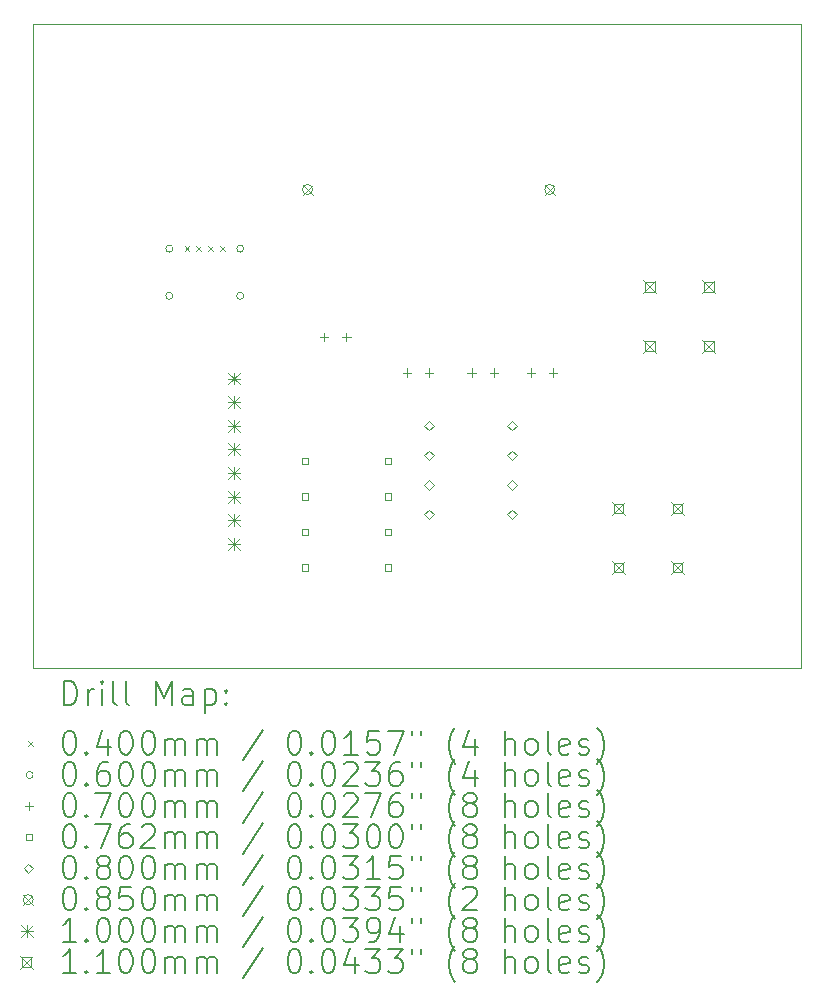
<source format=gbr>
%TF.GenerationSoftware,KiCad,Pcbnew,8.0.1*%
%TF.CreationDate,2024-04-22T23:16:11+05:30*%
%TF.ProjectId,STEPCOUNT_PROJECT,53544550-434f-4554-9e54-5f50524f4a45,rev?*%
%TF.SameCoordinates,Original*%
%TF.FileFunction,Drillmap*%
%TF.FilePolarity,Positive*%
%FSLAX45Y45*%
G04 Gerber Fmt 4.5, Leading zero omitted, Abs format (unit mm)*
G04 Created by KiCad (PCBNEW 8.0.1) date 2024-04-22 23:16:11*
%MOMM*%
%LPD*%
G01*
G04 APERTURE LIST*
%ADD10C,0.050000*%
%ADD11C,0.200000*%
%ADD12C,0.100000*%
%ADD13C,0.110000*%
G04 APERTURE END LIST*
D10*
X11000000Y-6500000D02*
X17500000Y-6500000D01*
X17500000Y-11950000D01*
X11000000Y-11950000D01*
X11000000Y-6500000D01*
D11*
D12*
X12280000Y-8380000D02*
X12320000Y-8420000D01*
X12320000Y-8380000D02*
X12280000Y-8420000D01*
X12380000Y-8380000D02*
X12420000Y-8420000D01*
X12420000Y-8380000D02*
X12380000Y-8420000D01*
X12480000Y-8380000D02*
X12520000Y-8420000D01*
X12520000Y-8380000D02*
X12480000Y-8420000D01*
X12580000Y-8380000D02*
X12620000Y-8420000D01*
X12620000Y-8380000D02*
X12580000Y-8420000D01*
X12180000Y-8400000D02*
G75*
G02*
X12120000Y-8400000I-30000J0D01*
G01*
X12120000Y-8400000D02*
G75*
G02*
X12180000Y-8400000I30000J0D01*
G01*
X12180000Y-8800000D02*
G75*
G02*
X12120000Y-8800000I-30000J0D01*
G01*
X12120000Y-8800000D02*
G75*
G02*
X12180000Y-8800000I30000J0D01*
G01*
X12780000Y-8400000D02*
G75*
G02*
X12720000Y-8400000I-30000J0D01*
G01*
X12720000Y-8400000D02*
G75*
G02*
X12780000Y-8400000I30000J0D01*
G01*
X12780000Y-8800000D02*
G75*
G02*
X12720000Y-8800000I-30000J0D01*
G01*
X12720000Y-8800000D02*
G75*
G02*
X12780000Y-8800000I30000J0D01*
G01*
X13459500Y-9115000D02*
X13459500Y-9185000D01*
X13424500Y-9150000D02*
X13494500Y-9150000D01*
X13649500Y-9115000D02*
X13649500Y-9185000D01*
X13614500Y-9150000D02*
X13684500Y-9150000D01*
X14159500Y-9415000D02*
X14159500Y-9485000D01*
X14124500Y-9450000D02*
X14194500Y-9450000D01*
X14349500Y-9415000D02*
X14349500Y-9485000D01*
X14314500Y-9450000D02*
X14384500Y-9450000D01*
X14709500Y-9415000D02*
X14709500Y-9485000D01*
X14674500Y-9450000D02*
X14744500Y-9450000D01*
X14899500Y-9415000D02*
X14899500Y-9485000D01*
X14864500Y-9450000D02*
X14934500Y-9450000D01*
X15209500Y-9415000D02*
X15209500Y-9485000D01*
X15174500Y-9450000D02*
X15244500Y-9450000D01*
X15399500Y-9415000D02*
X15399500Y-9485000D01*
X15364500Y-9450000D02*
X15434500Y-9450000D01*
X13326941Y-10226941D02*
X13326941Y-10173059D01*
X13273059Y-10173059D01*
X13273059Y-10226941D01*
X13326941Y-10226941D01*
X13326941Y-10526941D02*
X13326941Y-10473059D01*
X13273059Y-10473059D01*
X13273059Y-10526941D01*
X13326941Y-10526941D01*
X13326941Y-10826941D02*
X13326941Y-10773059D01*
X13273059Y-10773059D01*
X13273059Y-10826941D01*
X13326941Y-10826941D01*
X13326941Y-11126941D02*
X13326941Y-11073059D01*
X13273059Y-11073059D01*
X13273059Y-11126941D01*
X13326941Y-11126941D01*
X14026941Y-10226941D02*
X14026941Y-10173059D01*
X13973059Y-10173059D01*
X13973059Y-10226941D01*
X14026941Y-10226941D01*
X14026941Y-10526941D02*
X14026941Y-10473059D01*
X13973059Y-10473059D01*
X13973059Y-10526941D01*
X14026941Y-10526941D01*
X14026941Y-10826941D02*
X14026941Y-10773059D01*
X13973059Y-10773059D01*
X13973059Y-10826941D01*
X14026941Y-10826941D01*
X14026941Y-11126941D02*
X14026941Y-11073059D01*
X13973059Y-11073059D01*
X13973059Y-11126941D01*
X14026941Y-11126941D01*
X14350000Y-9940000D02*
X14390000Y-9900000D01*
X14350000Y-9860000D01*
X14310000Y-9900000D01*
X14350000Y-9940000D01*
X14350000Y-10190000D02*
X14390000Y-10150000D01*
X14350000Y-10110000D01*
X14310000Y-10150000D01*
X14350000Y-10190000D01*
X14350000Y-10440000D02*
X14390000Y-10400000D01*
X14350000Y-10360000D01*
X14310000Y-10400000D01*
X14350000Y-10440000D01*
X14350000Y-10690000D02*
X14390000Y-10650000D01*
X14350000Y-10610000D01*
X14310000Y-10650000D01*
X14350000Y-10690000D01*
X15050000Y-9940000D02*
X15090000Y-9900000D01*
X15050000Y-9860000D01*
X15010000Y-9900000D01*
X15050000Y-9940000D01*
X15050000Y-10190000D02*
X15090000Y-10150000D01*
X15050000Y-10110000D01*
X15010000Y-10150000D01*
X15050000Y-10190000D01*
X15050000Y-10440000D02*
X15090000Y-10400000D01*
X15050000Y-10360000D01*
X15010000Y-10400000D01*
X15050000Y-10440000D01*
X15050000Y-10690000D02*
X15090000Y-10650000D01*
X15050000Y-10610000D01*
X15010000Y-10650000D01*
X15050000Y-10690000D01*
X13278000Y-7857488D02*
X13363000Y-7942488D01*
X13363000Y-7857488D02*
X13278000Y-7942488D01*
X13363000Y-7899988D02*
G75*
G02*
X13278000Y-7899988I-42500J0D01*
G01*
X13278000Y-7899988D02*
G75*
G02*
X13363000Y-7899988I42500J0D01*
G01*
X15328000Y-7857488D02*
X15413000Y-7942488D01*
X15413000Y-7857488D02*
X15328000Y-7942488D01*
X15413000Y-7899988D02*
G75*
G02*
X15328000Y-7899988I-42500J0D01*
G01*
X15328000Y-7899988D02*
G75*
G02*
X15413000Y-7899988I42500J0D01*
G01*
X12650000Y-9450000D02*
X12750000Y-9550000D01*
X12750000Y-9450000D02*
X12650000Y-9550000D01*
X12700000Y-9450000D02*
X12700000Y-9550000D01*
X12650000Y-9500000D02*
X12750000Y-9500000D01*
X12650000Y-9650000D02*
X12750000Y-9750000D01*
X12750000Y-9650000D02*
X12650000Y-9750000D01*
X12700000Y-9650000D02*
X12700000Y-9750000D01*
X12650000Y-9700000D02*
X12750000Y-9700000D01*
X12650000Y-9850000D02*
X12750000Y-9950000D01*
X12750000Y-9850000D02*
X12650000Y-9950000D01*
X12700000Y-9850000D02*
X12700000Y-9950000D01*
X12650000Y-9900000D02*
X12750000Y-9900000D01*
X12650000Y-10050000D02*
X12750000Y-10150000D01*
X12750000Y-10050000D02*
X12650000Y-10150000D01*
X12700000Y-10050000D02*
X12700000Y-10150000D01*
X12650000Y-10100000D02*
X12750000Y-10100000D01*
X12650000Y-10250000D02*
X12750000Y-10350000D01*
X12750000Y-10250000D02*
X12650000Y-10350000D01*
X12700000Y-10250000D02*
X12700000Y-10350000D01*
X12650000Y-10300000D02*
X12750000Y-10300000D01*
X12650000Y-10450000D02*
X12750000Y-10550000D01*
X12750000Y-10450000D02*
X12650000Y-10550000D01*
X12700000Y-10450000D02*
X12700000Y-10550000D01*
X12650000Y-10500000D02*
X12750000Y-10500000D01*
X12650000Y-10650000D02*
X12750000Y-10750000D01*
X12750000Y-10650000D02*
X12650000Y-10750000D01*
X12700000Y-10650000D02*
X12700000Y-10750000D01*
X12650000Y-10700000D02*
X12750000Y-10700000D01*
X12650000Y-10850000D02*
X12750000Y-10950000D01*
X12750000Y-10850000D02*
X12650000Y-10950000D01*
X12700000Y-10850000D02*
X12700000Y-10950000D01*
X12650000Y-10900000D02*
X12750000Y-10900000D01*
D13*
X15895000Y-10545000D02*
X16005000Y-10655000D01*
X16005000Y-10545000D02*
X15895000Y-10655000D01*
X15988891Y-10638891D02*
X15988891Y-10561109D01*
X15911109Y-10561109D01*
X15911109Y-10638891D01*
X15988891Y-10638891D01*
X15895000Y-11045000D02*
X16005000Y-11155000D01*
X16005000Y-11045000D02*
X15895000Y-11155000D01*
X15988891Y-11138891D02*
X15988891Y-11061109D01*
X15911109Y-11061109D01*
X15911109Y-11138891D01*
X15988891Y-11138891D01*
X16164000Y-8670000D02*
X16274000Y-8780000D01*
X16274000Y-8670000D02*
X16164000Y-8780000D01*
X16257891Y-8763891D02*
X16257891Y-8686109D01*
X16180109Y-8686109D01*
X16180109Y-8763891D01*
X16257891Y-8763891D01*
X16164000Y-9170000D02*
X16274000Y-9280000D01*
X16274000Y-9170000D02*
X16164000Y-9280000D01*
X16257891Y-9263891D02*
X16257891Y-9186109D01*
X16180109Y-9186109D01*
X16180109Y-9263891D01*
X16257891Y-9263891D01*
X16395000Y-10545000D02*
X16505000Y-10655000D01*
X16505000Y-10545000D02*
X16395000Y-10655000D01*
X16488891Y-10638891D02*
X16488891Y-10561109D01*
X16411109Y-10561109D01*
X16411109Y-10638891D01*
X16488891Y-10638891D01*
X16395000Y-11045000D02*
X16505000Y-11155000D01*
X16505000Y-11045000D02*
X16395000Y-11155000D01*
X16488891Y-11138891D02*
X16488891Y-11061109D01*
X16411109Y-11061109D01*
X16411109Y-11138891D01*
X16488891Y-11138891D01*
X16664000Y-8670000D02*
X16774000Y-8780000D01*
X16774000Y-8670000D02*
X16664000Y-8780000D01*
X16757891Y-8763891D02*
X16757891Y-8686109D01*
X16680109Y-8686109D01*
X16680109Y-8763891D01*
X16757891Y-8763891D01*
X16664000Y-9170000D02*
X16774000Y-9280000D01*
X16774000Y-9170000D02*
X16664000Y-9280000D01*
X16757891Y-9263891D02*
X16757891Y-9186109D01*
X16680109Y-9186109D01*
X16680109Y-9263891D01*
X16757891Y-9263891D01*
D11*
X11258277Y-12263984D02*
X11258277Y-12063984D01*
X11258277Y-12063984D02*
X11305896Y-12063984D01*
X11305896Y-12063984D02*
X11334467Y-12073508D01*
X11334467Y-12073508D02*
X11353515Y-12092555D01*
X11353515Y-12092555D02*
X11363039Y-12111603D01*
X11363039Y-12111603D02*
X11372562Y-12149698D01*
X11372562Y-12149698D02*
X11372562Y-12178269D01*
X11372562Y-12178269D02*
X11363039Y-12216365D01*
X11363039Y-12216365D02*
X11353515Y-12235412D01*
X11353515Y-12235412D02*
X11334467Y-12254460D01*
X11334467Y-12254460D02*
X11305896Y-12263984D01*
X11305896Y-12263984D02*
X11258277Y-12263984D01*
X11458277Y-12263984D02*
X11458277Y-12130650D01*
X11458277Y-12168746D02*
X11467801Y-12149698D01*
X11467801Y-12149698D02*
X11477324Y-12140174D01*
X11477324Y-12140174D02*
X11496372Y-12130650D01*
X11496372Y-12130650D02*
X11515420Y-12130650D01*
X11582086Y-12263984D02*
X11582086Y-12130650D01*
X11582086Y-12063984D02*
X11572562Y-12073508D01*
X11572562Y-12073508D02*
X11582086Y-12083031D01*
X11582086Y-12083031D02*
X11591610Y-12073508D01*
X11591610Y-12073508D02*
X11582086Y-12063984D01*
X11582086Y-12063984D02*
X11582086Y-12083031D01*
X11705896Y-12263984D02*
X11686848Y-12254460D01*
X11686848Y-12254460D02*
X11677324Y-12235412D01*
X11677324Y-12235412D02*
X11677324Y-12063984D01*
X11810658Y-12263984D02*
X11791610Y-12254460D01*
X11791610Y-12254460D02*
X11782086Y-12235412D01*
X11782086Y-12235412D02*
X11782086Y-12063984D01*
X12039229Y-12263984D02*
X12039229Y-12063984D01*
X12039229Y-12063984D02*
X12105896Y-12206841D01*
X12105896Y-12206841D02*
X12172562Y-12063984D01*
X12172562Y-12063984D02*
X12172562Y-12263984D01*
X12353515Y-12263984D02*
X12353515Y-12159222D01*
X12353515Y-12159222D02*
X12343991Y-12140174D01*
X12343991Y-12140174D02*
X12324943Y-12130650D01*
X12324943Y-12130650D02*
X12286848Y-12130650D01*
X12286848Y-12130650D02*
X12267801Y-12140174D01*
X12353515Y-12254460D02*
X12334467Y-12263984D01*
X12334467Y-12263984D02*
X12286848Y-12263984D01*
X12286848Y-12263984D02*
X12267801Y-12254460D01*
X12267801Y-12254460D02*
X12258277Y-12235412D01*
X12258277Y-12235412D02*
X12258277Y-12216365D01*
X12258277Y-12216365D02*
X12267801Y-12197317D01*
X12267801Y-12197317D02*
X12286848Y-12187793D01*
X12286848Y-12187793D02*
X12334467Y-12187793D01*
X12334467Y-12187793D02*
X12353515Y-12178269D01*
X12448753Y-12130650D02*
X12448753Y-12330650D01*
X12448753Y-12140174D02*
X12467801Y-12130650D01*
X12467801Y-12130650D02*
X12505896Y-12130650D01*
X12505896Y-12130650D02*
X12524943Y-12140174D01*
X12524943Y-12140174D02*
X12534467Y-12149698D01*
X12534467Y-12149698D02*
X12543991Y-12168746D01*
X12543991Y-12168746D02*
X12543991Y-12225888D01*
X12543991Y-12225888D02*
X12534467Y-12244936D01*
X12534467Y-12244936D02*
X12524943Y-12254460D01*
X12524943Y-12254460D02*
X12505896Y-12263984D01*
X12505896Y-12263984D02*
X12467801Y-12263984D01*
X12467801Y-12263984D02*
X12448753Y-12254460D01*
X12629705Y-12244936D02*
X12639229Y-12254460D01*
X12639229Y-12254460D02*
X12629705Y-12263984D01*
X12629705Y-12263984D02*
X12620182Y-12254460D01*
X12620182Y-12254460D02*
X12629705Y-12244936D01*
X12629705Y-12244936D02*
X12629705Y-12263984D01*
X12629705Y-12140174D02*
X12639229Y-12149698D01*
X12639229Y-12149698D02*
X12629705Y-12159222D01*
X12629705Y-12159222D02*
X12620182Y-12149698D01*
X12620182Y-12149698D02*
X12629705Y-12140174D01*
X12629705Y-12140174D02*
X12629705Y-12159222D01*
D12*
X10957500Y-12572500D02*
X10997500Y-12612500D01*
X10997500Y-12572500D02*
X10957500Y-12612500D01*
D11*
X11296372Y-12483984D02*
X11315420Y-12483984D01*
X11315420Y-12483984D02*
X11334467Y-12493508D01*
X11334467Y-12493508D02*
X11343991Y-12503031D01*
X11343991Y-12503031D02*
X11353515Y-12522079D01*
X11353515Y-12522079D02*
X11363039Y-12560174D01*
X11363039Y-12560174D02*
X11363039Y-12607793D01*
X11363039Y-12607793D02*
X11353515Y-12645888D01*
X11353515Y-12645888D02*
X11343991Y-12664936D01*
X11343991Y-12664936D02*
X11334467Y-12674460D01*
X11334467Y-12674460D02*
X11315420Y-12683984D01*
X11315420Y-12683984D02*
X11296372Y-12683984D01*
X11296372Y-12683984D02*
X11277324Y-12674460D01*
X11277324Y-12674460D02*
X11267801Y-12664936D01*
X11267801Y-12664936D02*
X11258277Y-12645888D01*
X11258277Y-12645888D02*
X11248753Y-12607793D01*
X11248753Y-12607793D02*
X11248753Y-12560174D01*
X11248753Y-12560174D02*
X11258277Y-12522079D01*
X11258277Y-12522079D02*
X11267801Y-12503031D01*
X11267801Y-12503031D02*
X11277324Y-12493508D01*
X11277324Y-12493508D02*
X11296372Y-12483984D01*
X11448753Y-12664936D02*
X11458277Y-12674460D01*
X11458277Y-12674460D02*
X11448753Y-12683984D01*
X11448753Y-12683984D02*
X11439229Y-12674460D01*
X11439229Y-12674460D02*
X11448753Y-12664936D01*
X11448753Y-12664936D02*
X11448753Y-12683984D01*
X11629705Y-12550650D02*
X11629705Y-12683984D01*
X11582086Y-12474460D02*
X11534467Y-12617317D01*
X11534467Y-12617317D02*
X11658277Y-12617317D01*
X11772562Y-12483984D02*
X11791610Y-12483984D01*
X11791610Y-12483984D02*
X11810658Y-12493508D01*
X11810658Y-12493508D02*
X11820182Y-12503031D01*
X11820182Y-12503031D02*
X11829705Y-12522079D01*
X11829705Y-12522079D02*
X11839229Y-12560174D01*
X11839229Y-12560174D02*
X11839229Y-12607793D01*
X11839229Y-12607793D02*
X11829705Y-12645888D01*
X11829705Y-12645888D02*
X11820182Y-12664936D01*
X11820182Y-12664936D02*
X11810658Y-12674460D01*
X11810658Y-12674460D02*
X11791610Y-12683984D01*
X11791610Y-12683984D02*
X11772562Y-12683984D01*
X11772562Y-12683984D02*
X11753515Y-12674460D01*
X11753515Y-12674460D02*
X11743991Y-12664936D01*
X11743991Y-12664936D02*
X11734467Y-12645888D01*
X11734467Y-12645888D02*
X11724943Y-12607793D01*
X11724943Y-12607793D02*
X11724943Y-12560174D01*
X11724943Y-12560174D02*
X11734467Y-12522079D01*
X11734467Y-12522079D02*
X11743991Y-12503031D01*
X11743991Y-12503031D02*
X11753515Y-12493508D01*
X11753515Y-12493508D02*
X11772562Y-12483984D01*
X11963039Y-12483984D02*
X11982086Y-12483984D01*
X11982086Y-12483984D02*
X12001134Y-12493508D01*
X12001134Y-12493508D02*
X12010658Y-12503031D01*
X12010658Y-12503031D02*
X12020182Y-12522079D01*
X12020182Y-12522079D02*
X12029705Y-12560174D01*
X12029705Y-12560174D02*
X12029705Y-12607793D01*
X12029705Y-12607793D02*
X12020182Y-12645888D01*
X12020182Y-12645888D02*
X12010658Y-12664936D01*
X12010658Y-12664936D02*
X12001134Y-12674460D01*
X12001134Y-12674460D02*
X11982086Y-12683984D01*
X11982086Y-12683984D02*
X11963039Y-12683984D01*
X11963039Y-12683984D02*
X11943991Y-12674460D01*
X11943991Y-12674460D02*
X11934467Y-12664936D01*
X11934467Y-12664936D02*
X11924943Y-12645888D01*
X11924943Y-12645888D02*
X11915420Y-12607793D01*
X11915420Y-12607793D02*
X11915420Y-12560174D01*
X11915420Y-12560174D02*
X11924943Y-12522079D01*
X11924943Y-12522079D02*
X11934467Y-12503031D01*
X11934467Y-12503031D02*
X11943991Y-12493508D01*
X11943991Y-12493508D02*
X11963039Y-12483984D01*
X12115420Y-12683984D02*
X12115420Y-12550650D01*
X12115420Y-12569698D02*
X12124943Y-12560174D01*
X12124943Y-12560174D02*
X12143991Y-12550650D01*
X12143991Y-12550650D02*
X12172563Y-12550650D01*
X12172563Y-12550650D02*
X12191610Y-12560174D01*
X12191610Y-12560174D02*
X12201134Y-12579222D01*
X12201134Y-12579222D02*
X12201134Y-12683984D01*
X12201134Y-12579222D02*
X12210658Y-12560174D01*
X12210658Y-12560174D02*
X12229705Y-12550650D01*
X12229705Y-12550650D02*
X12258277Y-12550650D01*
X12258277Y-12550650D02*
X12277324Y-12560174D01*
X12277324Y-12560174D02*
X12286848Y-12579222D01*
X12286848Y-12579222D02*
X12286848Y-12683984D01*
X12382086Y-12683984D02*
X12382086Y-12550650D01*
X12382086Y-12569698D02*
X12391610Y-12560174D01*
X12391610Y-12560174D02*
X12410658Y-12550650D01*
X12410658Y-12550650D02*
X12439229Y-12550650D01*
X12439229Y-12550650D02*
X12458277Y-12560174D01*
X12458277Y-12560174D02*
X12467801Y-12579222D01*
X12467801Y-12579222D02*
X12467801Y-12683984D01*
X12467801Y-12579222D02*
X12477324Y-12560174D01*
X12477324Y-12560174D02*
X12496372Y-12550650D01*
X12496372Y-12550650D02*
X12524943Y-12550650D01*
X12524943Y-12550650D02*
X12543991Y-12560174D01*
X12543991Y-12560174D02*
X12553515Y-12579222D01*
X12553515Y-12579222D02*
X12553515Y-12683984D01*
X12943991Y-12474460D02*
X12772563Y-12731603D01*
X13201134Y-12483984D02*
X13220182Y-12483984D01*
X13220182Y-12483984D02*
X13239229Y-12493508D01*
X13239229Y-12493508D02*
X13248753Y-12503031D01*
X13248753Y-12503031D02*
X13258277Y-12522079D01*
X13258277Y-12522079D02*
X13267801Y-12560174D01*
X13267801Y-12560174D02*
X13267801Y-12607793D01*
X13267801Y-12607793D02*
X13258277Y-12645888D01*
X13258277Y-12645888D02*
X13248753Y-12664936D01*
X13248753Y-12664936D02*
X13239229Y-12674460D01*
X13239229Y-12674460D02*
X13220182Y-12683984D01*
X13220182Y-12683984D02*
X13201134Y-12683984D01*
X13201134Y-12683984D02*
X13182086Y-12674460D01*
X13182086Y-12674460D02*
X13172563Y-12664936D01*
X13172563Y-12664936D02*
X13163039Y-12645888D01*
X13163039Y-12645888D02*
X13153515Y-12607793D01*
X13153515Y-12607793D02*
X13153515Y-12560174D01*
X13153515Y-12560174D02*
X13163039Y-12522079D01*
X13163039Y-12522079D02*
X13172563Y-12503031D01*
X13172563Y-12503031D02*
X13182086Y-12493508D01*
X13182086Y-12493508D02*
X13201134Y-12483984D01*
X13353515Y-12664936D02*
X13363039Y-12674460D01*
X13363039Y-12674460D02*
X13353515Y-12683984D01*
X13353515Y-12683984D02*
X13343991Y-12674460D01*
X13343991Y-12674460D02*
X13353515Y-12664936D01*
X13353515Y-12664936D02*
X13353515Y-12683984D01*
X13486848Y-12483984D02*
X13505896Y-12483984D01*
X13505896Y-12483984D02*
X13524944Y-12493508D01*
X13524944Y-12493508D02*
X13534467Y-12503031D01*
X13534467Y-12503031D02*
X13543991Y-12522079D01*
X13543991Y-12522079D02*
X13553515Y-12560174D01*
X13553515Y-12560174D02*
X13553515Y-12607793D01*
X13553515Y-12607793D02*
X13543991Y-12645888D01*
X13543991Y-12645888D02*
X13534467Y-12664936D01*
X13534467Y-12664936D02*
X13524944Y-12674460D01*
X13524944Y-12674460D02*
X13505896Y-12683984D01*
X13505896Y-12683984D02*
X13486848Y-12683984D01*
X13486848Y-12683984D02*
X13467801Y-12674460D01*
X13467801Y-12674460D02*
X13458277Y-12664936D01*
X13458277Y-12664936D02*
X13448753Y-12645888D01*
X13448753Y-12645888D02*
X13439229Y-12607793D01*
X13439229Y-12607793D02*
X13439229Y-12560174D01*
X13439229Y-12560174D02*
X13448753Y-12522079D01*
X13448753Y-12522079D02*
X13458277Y-12503031D01*
X13458277Y-12503031D02*
X13467801Y-12493508D01*
X13467801Y-12493508D02*
X13486848Y-12483984D01*
X13743991Y-12683984D02*
X13629706Y-12683984D01*
X13686848Y-12683984D02*
X13686848Y-12483984D01*
X13686848Y-12483984D02*
X13667801Y-12512555D01*
X13667801Y-12512555D02*
X13648753Y-12531603D01*
X13648753Y-12531603D02*
X13629706Y-12541127D01*
X13924944Y-12483984D02*
X13829706Y-12483984D01*
X13829706Y-12483984D02*
X13820182Y-12579222D01*
X13820182Y-12579222D02*
X13829706Y-12569698D01*
X13829706Y-12569698D02*
X13848753Y-12560174D01*
X13848753Y-12560174D02*
X13896372Y-12560174D01*
X13896372Y-12560174D02*
X13915420Y-12569698D01*
X13915420Y-12569698D02*
X13924944Y-12579222D01*
X13924944Y-12579222D02*
X13934467Y-12598269D01*
X13934467Y-12598269D02*
X13934467Y-12645888D01*
X13934467Y-12645888D02*
X13924944Y-12664936D01*
X13924944Y-12664936D02*
X13915420Y-12674460D01*
X13915420Y-12674460D02*
X13896372Y-12683984D01*
X13896372Y-12683984D02*
X13848753Y-12683984D01*
X13848753Y-12683984D02*
X13829706Y-12674460D01*
X13829706Y-12674460D02*
X13820182Y-12664936D01*
X14001134Y-12483984D02*
X14134467Y-12483984D01*
X14134467Y-12483984D02*
X14048753Y-12683984D01*
X14201134Y-12483984D02*
X14201134Y-12522079D01*
X14277325Y-12483984D02*
X14277325Y-12522079D01*
X14572563Y-12760174D02*
X14563039Y-12750650D01*
X14563039Y-12750650D02*
X14543991Y-12722079D01*
X14543991Y-12722079D02*
X14534468Y-12703031D01*
X14534468Y-12703031D02*
X14524944Y-12674460D01*
X14524944Y-12674460D02*
X14515420Y-12626841D01*
X14515420Y-12626841D02*
X14515420Y-12588746D01*
X14515420Y-12588746D02*
X14524944Y-12541127D01*
X14524944Y-12541127D02*
X14534468Y-12512555D01*
X14534468Y-12512555D02*
X14543991Y-12493508D01*
X14543991Y-12493508D02*
X14563039Y-12464936D01*
X14563039Y-12464936D02*
X14572563Y-12455412D01*
X14734468Y-12550650D02*
X14734468Y-12683984D01*
X14686848Y-12474460D02*
X14639229Y-12617317D01*
X14639229Y-12617317D02*
X14763039Y-12617317D01*
X14991610Y-12683984D02*
X14991610Y-12483984D01*
X15077325Y-12683984D02*
X15077325Y-12579222D01*
X15077325Y-12579222D02*
X15067801Y-12560174D01*
X15067801Y-12560174D02*
X15048753Y-12550650D01*
X15048753Y-12550650D02*
X15020182Y-12550650D01*
X15020182Y-12550650D02*
X15001134Y-12560174D01*
X15001134Y-12560174D02*
X14991610Y-12569698D01*
X15201134Y-12683984D02*
X15182087Y-12674460D01*
X15182087Y-12674460D02*
X15172563Y-12664936D01*
X15172563Y-12664936D02*
X15163039Y-12645888D01*
X15163039Y-12645888D02*
X15163039Y-12588746D01*
X15163039Y-12588746D02*
X15172563Y-12569698D01*
X15172563Y-12569698D02*
X15182087Y-12560174D01*
X15182087Y-12560174D02*
X15201134Y-12550650D01*
X15201134Y-12550650D02*
X15229706Y-12550650D01*
X15229706Y-12550650D02*
X15248753Y-12560174D01*
X15248753Y-12560174D02*
X15258277Y-12569698D01*
X15258277Y-12569698D02*
X15267801Y-12588746D01*
X15267801Y-12588746D02*
X15267801Y-12645888D01*
X15267801Y-12645888D02*
X15258277Y-12664936D01*
X15258277Y-12664936D02*
X15248753Y-12674460D01*
X15248753Y-12674460D02*
X15229706Y-12683984D01*
X15229706Y-12683984D02*
X15201134Y-12683984D01*
X15382087Y-12683984D02*
X15363039Y-12674460D01*
X15363039Y-12674460D02*
X15353515Y-12655412D01*
X15353515Y-12655412D02*
X15353515Y-12483984D01*
X15534468Y-12674460D02*
X15515420Y-12683984D01*
X15515420Y-12683984D02*
X15477325Y-12683984D01*
X15477325Y-12683984D02*
X15458277Y-12674460D01*
X15458277Y-12674460D02*
X15448753Y-12655412D01*
X15448753Y-12655412D02*
X15448753Y-12579222D01*
X15448753Y-12579222D02*
X15458277Y-12560174D01*
X15458277Y-12560174D02*
X15477325Y-12550650D01*
X15477325Y-12550650D02*
X15515420Y-12550650D01*
X15515420Y-12550650D02*
X15534468Y-12560174D01*
X15534468Y-12560174D02*
X15543991Y-12579222D01*
X15543991Y-12579222D02*
X15543991Y-12598269D01*
X15543991Y-12598269D02*
X15448753Y-12617317D01*
X15620182Y-12674460D02*
X15639230Y-12683984D01*
X15639230Y-12683984D02*
X15677325Y-12683984D01*
X15677325Y-12683984D02*
X15696372Y-12674460D01*
X15696372Y-12674460D02*
X15705896Y-12655412D01*
X15705896Y-12655412D02*
X15705896Y-12645888D01*
X15705896Y-12645888D02*
X15696372Y-12626841D01*
X15696372Y-12626841D02*
X15677325Y-12617317D01*
X15677325Y-12617317D02*
X15648753Y-12617317D01*
X15648753Y-12617317D02*
X15629706Y-12607793D01*
X15629706Y-12607793D02*
X15620182Y-12588746D01*
X15620182Y-12588746D02*
X15620182Y-12579222D01*
X15620182Y-12579222D02*
X15629706Y-12560174D01*
X15629706Y-12560174D02*
X15648753Y-12550650D01*
X15648753Y-12550650D02*
X15677325Y-12550650D01*
X15677325Y-12550650D02*
X15696372Y-12560174D01*
X15772563Y-12760174D02*
X15782087Y-12750650D01*
X15782087Y-12750650D02*
X15801134Y-12722079D01*
X15801134Y-12722079D02*
X15810658Y-12703031D01*
X15810658Y-12703031D02*
X15820182Y-12674460D01*
X15820182Y-12674460D02*
X15829706Y-12626841D01*
X15829706Y-12626841D02*
X15829706Y-12588746D01*
X15829706Y-12588746D02*
X15820182Y-12541127D01*
X15820182Y-12541127D02*
X15810658Y-12512555D01*
X15810658Y-12512555D02*
X15801134Y-12493508D01*
X15801134Y-12493508D02*
X15782087Y-12464936D01*
X15782087Y-12464936D02*
X15772563Y-12455412D01*
D12*
X10997500Y-12856500D02*
G75*
G02*
X10937500Y-12856500I-30000J0D01*
G01*
X10937500Y-12856500D02*
G75*
G02*
X10997500Y-12856500I30000J0D01*
G01*
D11*
X11296372Y-12747984D02*
X11315420Y-12747984D01*
X11315420Y-12747984D02*
X11334467Y-12757508D01*
X11334467Y-12757508D02*
X11343991Y-12767031D01*
X11343991Y-12767031D02*
X11353515Y-12786079D01*
X11353515Y-12786079D02*
X11363039Y-12824174D01*
X11363039Y-12824174D02*
X11363039Y-12871793D01*
X11363039Y-12871793D02*
X11353515Y-12909888D01*
X11353515Y-12909888D02*
X11343991Y-12928936D01*
X11343991Y-12928936D02*
X11334467Y-12938460D01*
X11334467Y-12938460D02*
X11315420Y-12947984D01*
X11315420Y-12947984D02*
X11296372Y-12947984D01*
X11296372Y-12947984D02*
X11277324Y-12938460D01*
X11277324Y-12938460D02*
X11267801Y-12928936D01*
X11267801Y-12928936D02*
X11258277Y-12909888D01*
X11258277Y-12909888D02*
X11248753Y-12871793D01*
X11248753Y-12871793D02*
X11248753Y-12824174D01*
X11248753Y-12824174D02*
X11258277Y-12786079D01*
X11258277Y-12786079D02*
X11267801Y-12767031D01*
X11267801Y-12767031D02*
X11277324Y-12757508D01*
X11277324Y-12757508D02*
X11296372Y-12747984D01*
X11448753Y-12928936D02*
X11458277Y-12938460D01*
X11458277Y-12938460D02*
X11448753Y-12947984D01*
X11448753Y-12947984D02*
X11439229Y-12938460D01*
X11439229Y-12938460D02*
X11448753Y-12928936D01*
X11448753Y-12928936D02*
X11448753Y-12947984D01*
X11629705Y-12747984D02*
X11591610Y-12747984D01*
X11591610Y-12747984D02*
X11572562Y-12757508D01*
X11572562Y-12757508D02*
X11563039Y-12767031D01*
X11563039Y-12767031D02*
X11543991Y-12795603D01*
X11543991Y-12795603D02*
X11534467Y-12833698D01*
X11534467Y-12833698D02*
X11534467Y-12909888D01*
X11534467Y-12909888D02*
X11543991Y-12928936D01*
X11543991Y-12928936D02*
X11553515Y-12938460D01*
X11553515Y-12938460D02*
X11572562Y-12947984D01*
X11572562Y-12947984D02*
X11610658Y-12947984D01*
X11610658Y-12947984D02*
X11629705Y-12938460D01*
X11629705Y-12938460D02*
X11639229Y-12928936D01*
X11639229Y-12928936D02*
X11648753Y-12909888D01*
X11648753Y-12909888D02*
X11648753Y-12862269D01*
X11648753Y-12862269D02*
X11639229Y-12843222D01*
X11639229Y-12843222D02*
X11629705Y-12833698D01*
X11629705Y-12833698D02*
X11610658Y-12824174D01*
X11610658Y-12824174D02*
X11572562Y-12824174D01*
X11572562Y-12824174D02*
X11553515Y-12833698D01*
X11553515Y-12833698D02*
X11543991Y-12843222D01*
X11543991Y-12843222D02*
X11534467Y-12862269D01*
X11772562Y-12747984D02*
X11791610Y-12747984D01*
X11791610Y-12747984D02*
X11810658Y-12757508D01*
X11810658Y-12757508D02*
X11820182Y-12767031D01*
X11820182Y-12767031D02*
X11829705Y-12786079D01*
X11829705Y-12786079D02*
X11839229Y-12824174D01*
X11839229Y-12824174D02*
X11839229Y-12871793D01*
X11839229Y-12871793D02*
X11829705Y-12909888D01*
X11829705Y-12909888D02*
X11820182Y-12928936D01*
X11820182Y-12928936D02*
X11810658Y-12938460D01*
X11810658Y-12938460D02*
X11791610Y-12947984D01*
X11791610Y-12947984D02*
X11772562Y-12947984D01*
X11772562Y-12947984D02*
X11753515Y-12938460D01*
X11753515Y-12938460D02*
X11743991Y-12928936D01*
X11743991Y-12928936D02*
X11734467Y-12909888D01*
X11734467Y-12909888D02*
X11724943Y-12871793D01*
X11724943Y-12871793D02*
X11724943Y-12824174D01*
X11724943Y-12824174D02*
X11734467Y-12786079D01*
X11734467Y-12786079D02*
X11743991Y-12767031D01*
X11743991Y-12767031D02*
X11753515Y-12757508D01*
X11753515Y-12757508D02*
X11772562Y-12747984D01*
X11963039Y-12747984D02*
X11982086Y-12747984D01*
X11982086Y-12747984D02*
X12001134Y-12757508D01*
X12001134Y-12757508D02*
X12010658Y-12767031D01*
X12010658Y-12767031D02*
X12020182Y-12786079D01*
X12020182Y-12786079D02*
X12029705Y-12824174D01*
X12029705Y-12824174D02*
X12029705Y-12871793D01*
X12029705Y-12871793D02*
X12020182Y-12909888D01*
X12020182Y-12909888D02*
X12010658Y-12928936D01*
X12010658Y-12928936D02*
X12001134Y-12938460D01*
X12001134Y-12938460D02*
X11982086Y-12947984D01*
X11982086Y-12947984D02*
X11963039Y-12947984D01*
X11963039Y-12947984D02*
X11943991Y-12938460D01*
X11943991Y-12938460D02*
X11934467Y-12928936D01*
X11934467Y-12928936D02*
X11924943Y-12909888D01*
X11924943Y-12909888D02*
X11915420Y-12871793D01*
X11915420Y-12871793D02*
X11915420Y-12824174D01*
X11915420Y-12824174D02*
X11924943Y-12786079D01*
X11924943Y-12786079D02*
X11934467Y-12767031D01*
X11934467Y-12767031D02*
X11943991Y-12757508D01*
X11943991Y-12757508D02*
X11963039Y-12747984D01*
X12115420Y-12947984D02*
X12115420Y-12814650D01*
X12115420Y-12833698D02*
X12124943Y-12824174D01*
X12124943Y-12824174D02*
X12143991Y-12814650D01*
X12143991Y-12814650D02*
X12172563Y-12814650D01*
X12172563Y-12814650D02*
X12191610Y-12824174D01*
X12191610Y-12824174D02*
X12201134Y-12843222D01*
X12201134Y-12843222D02*
X12201134Y-12947984D01*
X12201134Y-12843222D02*
X12210658Y-12824174D01*
X12210658Y-12824174D02*
X12229705Y-12814650D01*
X12229705Y-12814650D02*
X12258277Y-12814650D01*
X12258277Y-12814650D02*
X12277324Y-12824174D01*
X12277324Y-12824174D02*
X12286848Y-12843222D01*
X12286848Y-12843222D02*
X12286848Y-12947984D01*
X12382086Y-12947984D02*
X12382086Y-12814650D01*
X12382086Y-12833698D02*
X12391610Y-12824174D01*
X12391610Y-12824174D02*
X12410658Y-12814650D01*
X12410658Y-12814650D02*
X12439229Y-12814650D01*
X12439229Y-12814650D02*
X12458277Y-12824174D01*
X12458277Y-12824174D02*
X12467801Y-12843222D01*
X12467801Y-12843222D02*
X12467801Y-12947984D01*
X12467801Y-12843222D02*
X12477324Y-12824174D01*
X12477324Y-12824174D02*
X12496372Y-12814650D01*
X12496372Y-12814650D02*
X12524943Y-12814650D01*
X12524943Y-12814650D02*
X12543991Y-12824174D01*
X12543991Y-12824174D02*
X12553515Y-12843222D01*
X12553515Y-12843222D02*
X12553515Y-12947984D01*
X12943991Y-12738460D02*
X12772563Y-12995603D01*
X13201134Y-12747984D02*
X13220182Y-12747984D01*
X13220182Y-12747984D02*
X13239229Y-12757508D01*
X13239229Y-12757508D02*
X13248753Y-12767031D01*
X13248753Y-12767031D02*
X13258277Y-12786079D01*
X13258277Y-12786079D02*
X13267801Y-12824174D01*
X13267801Y-12824174D02*
X13267801Y-12871793D01*
X13267801Y-12871793D02*
X13258277Y-12909888D01*
X13258277Y-12909888D02*
X13248753Y-12928936D01*
X13248753Y-12928936D02*
X13239229Y-12938460D01*
X13239229Y-12938460D02*
X13220182Y-12947984D01*
X13220182Y-12947984D02*
X13201134Y-12947984D01*
X13201134Y-12947984D02*
X13182086Y-12938460D01*
X13182086Y-12938460D02*
X13172563Y-12928936D01*
X13172563Y-12928936D02*
X13163039Y-12909888D01*
X13163039Y-12909888D02*
X13153515Y-12871793D01*
X13153515Y-12871793D02*
X13153515Y-12824174D01*
X13153515Y-12824174D02*
X13163039Y-12786079D01*
X13163039Y-12786079D02*
X13172563Y-12767031D01*
X13172563Y-12767031D02*
X13182086Y-12757508D01*
X13182086Y-12757508D02*
X13201134Y-12747984D01*
X13353515Y-12928936D02*
X13363039Y-12938460D01*
X13363039Y-12938460D02*
X13353515Y-12947984D01*
X13353515Y-12947984D02*
X13343991Y-12938460D01*
X13343991Y-12938460D02*
X13353515Y-12928936D01*
X13353515Y-12928936D02*
X13353515Y-12947984D01*
X13486848Y-12747984D02*
X13505896Y-12747984D01*
X13505896Y-12747984D02*
X13524944Y-12757508D01*
X13524944Y-12757508D02*
X13534467Y-12767031D01*
X13534467Y-12767031D02*
X13543991Y-12786079D01*
X13543991Y-12786079D02*
X13553515Y-12824174D01*
X13553515Y-12824174D02*
X13553515Y-12871793D01*
X13553515Y-12871793D02*
X13543991Y-12909888D01*
X13543991Y-12909888D02*
X13534467Y-12928936D01*
X13534467Y-12928936D02*
X13524944Y-12938460D01*
X13524944Y-12938460D02*
X13505896Y-12947984D01*
X13505896Y-12947984D02*
X13486848Y-12947984D01*
X13486848Y-12947984D02*
X13467801Y-12938460D01*
X13467801Y-12938460D02*
X13458277Y-12928936D01*
X13458277Y-12928936D02*
X13448753Y-12909888D01*
X13448753Y-12909888D02*
X13439229Y-12871793D01*
X13439229Y-12871793D02*
X13439229Y-12824174D01*
X13439229Y-12824174D02*
X13448753Y-12786079D01*
X13448753Y-12786079D02*
X13458277Y-12767031D01*
X13458277Y-12767031D02*
X13467801Y-12757508D01*
X13467801Y-12757508D02*
X13486848Y-12747984D01*
X13629706Y-12767031D02*
X13639229Y-12757508D01*
X13639229Y-12757508D02*
X13658277Y-12747984D01*
X13658277Y-12747984D02*
X13705896Y-12747984D01*
X13705896Y-12747984D02*
X13724944Y-12757508D01*
X13724944Y-12757508D02*
X13734467Y-12767031D01*
X13734467Y-12767031D02*
X13743991Y-12786079D01*
X13743991Y-12786079D02*
X13743991Y-12805127D01*
X13743991Y-12805127D02*
X13734467Y-12833698D01*
X13734467Y-12833698D02*
X13620182Y-12947984D01*
X13620182Y-12947984D02*
X13743991Y-12947984D01*
X13810658Y-12747984D02*
X13934467Y-12747984D01*
X13934467Y-12747984D02*
X13867801Y-12824174D01*
X13867801Y-12824174D02*
X13896372Y-12824174D01*
X13896372Y-12824174D02*
X13915420Y-12833698D01*
X13915420Y-12833698D02*
X13924944Y-12843222D01*
X13924944Y-12843222D02*
X13934467Y-12862269D01*
X13934467Y-12862269D02*
X13934467Y-12909888D01*
X13934467Y-12909888D02*
X13924944Y-12928936D01*
X13924944Y-12928936D02*
X13915420Y-12938460D01*
X13915420Y-12938460D02*
X13896372Y-12947984D01*
X13896372Y-12947984D02*
X13839229Y-12947984D01*
X13839229Y-12947984D02*
X13820182Y-12938460D01*
X13820182Y-12938460D02*
X13810658Y-12928936D01*
X14105896Y-12747984D02*
X14067801Y-12747984D01*
X14067801Y-12747984D02*
X14048753Y-12757508D01*
X14048753Y-12757508D02*
X14039229Y-12767031D01*
X14039229Y-12767031D02*
X14020182Y-12795603D01*
X14020182Y-12795603D02*
X14010658Y-12833698D01*
X14010658Y-12833698D02*
X14010658Y-12909888D01*
X14010658Y-12909888D02*
X14020182Y-12928936D01*
X14020182Y-12928936D02*
X14029706Y-12938460D01*
X14029706Y-12938460D02*
X14048753Y-12947984D01*
X14048753Y-12947984D02*
X14086848Y-12947984D01*
X14086848Y-12947984D02*
X14105896Y-12938460D01*
X14105896Y-12938460D02*
X14115420Y-12928936D01*
X14115420Y-12928936D02*
X14124944Y-12909888D01*
X14124944Y-12909888D02*
X14124944Y-12862269D01*
X14124944Y-12862269D02*
X14115420Y-12843222D01*
X14115420Y-12843222D02*
X14105896Y-12833698D01*
X14105896Y-12833698D02*
X14086848Y-12824174D01*
X14086848Y-12824174D02*
X14048753Y-12824174D01*
X14048753Y-12824174D02*
X14029706Y-12833698D01*
X14029706Y-12833698D02*
X14020182Y-12843222D01*
X14020182Y-12843222D02*
X14010658Y-12862269D01*
X14201134Y-12747984D02*
X14201134Y-12786079D01*
X14277325Y-12747984D02*
X14277325Y-12786079D01*
X14572563Y-13024174D02*
X14563039Y-13014650D01*
X14563039Y-13014650D02*
X14543991Y-12986079D01*
X14543991Y-12986079D02*
X14534468Y-12967031D01*
X14534468Y-12967031D02*
X14524944Y-12938460D01*
X14524944Y-12938460D02*
X14515420Y-12890841D01*
X14515420Y-12890841D02*
X14515420Y-12852746D01*
X14515420Y-12852746D02*
X14524944Y-12805127D01*
X14524944Y-12805127D02*
X14534468Y-12776555D01*
X14534468Y-12776555D02*
X14543991Y-12757508D01*
X14543991Y-12757508D02*
X14563039Y-12728936D01*
X14563039Y-12728936D02*
X14572563Y-12719412D01*
X14734468Y-12814650D02*
X14734468Y-12947984D01*
X14686848Y-12738460D02*
X14639229Y-12881317D01*
X14639229Y-12881317D02*
X14763039Y-12881317D01*
X14991610Y-12947984D02*
X14991610Y-12747984D01*
X15077325Y-12947984D02*
X15077325Y-12843222D01*
X15077325Y-12843222D02*
X15067801Y-12824174D01*
X15067801Y-12824174D02*
X15048753Y-12814650D01*
X15048753Y-12814650D02*
X15020182Y-12814650D01*
X15020182Y-12814650D02*
X15001134Y-12824174D01*
X15001134Y-12824174D02*
X14991610Y-12833698D01*
X15201134Y-12947984D02*
X15182087Y-12938460D01*
X15182087Y-12938460D02*
X15172563Y-12928936D01*
X15172563Y-12928936D02*
X15163039Y-12909888D01*
X15163039Y-12909888D02*
X15163039Y-12852746D01*
X15163039Y-12852746D02*
X15172563Y-12833698D01*
X15172563Y-12833698D02*
X15182087Y-12824174D01*
X15182087Y-12824174D02*
X15201134Y-12814650D01*
X15201134Y-12814650D02*
X15229706Y-12814650D01*
X15229706Y-12814650D02*
X15248753Y-12824174D01*
X15248753Y-12824174D02*
X15258277Y-12833698D01*
X15258277Y-12833698D02*
X15267801Y-12852746D01*
X15267801Y-12852746D02*
X15267801Y-12909888D01*
X15267801Y-12909888D02*
X15258277Y-12928936D01*
X15258277Y-12928936D02*
X15248753Y-12938460D01*
X15248753Y-12938460D02*
X15229706Y-12947984D01*
X15229706Y-12947984D02*
X15201134Y-12947984D01*
X15382087Y-12947984D02*
X15363039Y-12938460D01*
X15363039Y-12938460D02*
X15353515Y-12919412D01*
X15353515Y-12919412D02*
X15353515Y-12747984D01*
X15534468Y-12938460D02*
X15515420Y-12947984D01*
X15515420Y-12947984D02*
X15477325Y-12947984D01*
X15477325Y-12947984D02*
X15458277Y-12938460D01*
X15458277Y-12938460D02*
X15448753Y-12919412D01*
X15448753Y-12919412D02*
X15448753Y-12843222D01*
X15448753Y-12843222D02*
X15458277Y-12824174D01*
X15458277Y-12824174D02*
X15477325Y-12814650D01*
X15477325Y-12814650D02*
X15515420Y-12814650D01*
X15515420Y-12814650D02*
X15534468Y-12824174D01*
X15534468Y-12824174D02*
X15543991Y-12843222D01*
X15543991Y-12843222D02*
X15543991Y-12862269D01*
X15543991Y-12862269D02*
X15448753Y-12881317D01*
X15620182Y-12938460D02*
X15639230Y-12947984D01*
X15639230Y-12947984D02*
X15677325Y-12947984D01*
X15677325Y-12947984D02*
X15696372Y-12938460D01*
X15696372Y-12938460D02*
X15705896Y-12919412D01*
X15705896Y-12919412D02*
X15705896Y-12909888D01*
X15705896Y-12909888D02*
X15696372Y-12890841D01*
X15696372Y-12890841D02*
X15677325Y-12881317D01*
X15677325Y-12881317D02*
X15648753Y-12881317D01*
X15648753Y-12881317D02*
X15629706Y-12871793D01*
X15629706Y-12871793D02*
X15620182Y-12852746D01*
X15620182Y-12852746D02*
X15620182Y-12843222D01*
X15620182Y-12843222D02*
X15629706Y-12824174D01*
X15629706Y-12824174D02*
X15648753Y-12814650D01*
X15648753Y-12814650D02*
X15677325Y-12814650D01*
X15677325Y-12814650D02*
X15696372Y-12824174D01*
X15772563Y-13024174D02*
X15782087Y-13014650D01*
X15782087Y-13014650D02*
X15801134Y-12986079D01*
X15801134Y-12986079D02*
X15810658Y-12967031D01*
X15810658Y-12967031D02*
X15820182Y-12938460D01*
X15820182Y-12938460D02*
X15829706Y-12890841D01*
X15829706Y-12890841D02*
X15829706Y-12852746D01*
X15829706Y-12852746D02*
X15820182Y-12805127D01*
X15820182Y-12805127D02*
X15810658Y-12776555D01*
X15810658Y-12776555D02*
X15801134Y-12757508D01*
X15801134Y-12757508D02*
X15782087Y-12728936D01*
X15782087Y-12728936D02*
X15772563Y-12719412D01*
D12*
X10962500Y-13085500D02*
X10962500Y-13155500D01*
X10927500Y-13120500D02*
X10997500Y-13120500D01*
D11*
X11296372Y-13011984D02*
X11315420Y-13011984D01*
X11315420Y-13011984D02*
X11334467Y-13021508D01*
X11334467Y-13021508D02*
X11343991Y-13031031D01*
X11343991Y-13031031D02*
X11353515Y-13050079D01*
X11353515Y-13050079D02*
X11363039Y-13088174D01*
X11363039Y-13088174D02*
X11363039Y-13135793D01*
X11363039Y-13135793D02*
X11353515Y-13173888D01*
X11353515Y-13173888D02*
X11343991Y-13192936D01*
X11343991Y-13192936D02*
X11334467Y-13202460D01*
X11334467Y-13202460D02*
X11315420Y-13211984D01*
X11315420Y-13211984D02*
X11296372Y-13211984D01*
X11296372Y-13211984D02*
X11277324Y-13202460D01*
X11277324Y-13202460D02*
X11267801Y-13192936D01*
X11267801Y-13192936D02*
X11258277Y-13173888D01*
X11258277Y-13173888D02*
X11248753Y-13135793D01*
X11248753Y-13135793D02*
X11248753Y-13088174D01*
X11248753Y-13088174D02*
X11258277Y-13050079D01*
X11258277Y-13050079D02*
X11267801Y-13031031D01*
X11267801Y-13031031D02*
X11277324Y-13021508D01*
X11277324Y-13021508D02*
X11296372Y-13011984D01*
X11448753Y-13192936D02*
X11458277Y-13202460D01*
X11458277Y-13202460D02*
X11448753Y-13211984D01*
X11448753Y-13211984D02*
X11439229Y-13202460D01*
X11439229Y-13202460D02*
X11448753Y-13192936D01*
X11448753Y-13192936D02*
X11448753Y-13211984D01*
X11524943Y-13011984D02*
X11658277Y-13011984D01*
X11658277Y-13011984D02*
X11572562Y-13211984D01*
X11772562Y-13011984D02*
X11791610Y-13011984D01*
X11791610Y-13011984D02*
X11810658Y-13021508D01*
X11810658Y-13021508D02*
X11820182Y-13031031D01*
X11820182Y-13031031D02*
X11829705Y-13050079D01*
X11829705Y-13050079D02*
X11839229Y-13088174D01*
X11839229Y-13088174D02*
X11839229Y-13135793D01*
X11839229Y-13135793D02*
X11829705Y-13173888D01*
X11829705Y-13173888D02*
X11820182Y-13192936D01*
X11820182Y-13192936D02*
X11810658Y-13202460D01*
X11810658Y-13202460D02*
X11791610Y-13211984D01*
X11791610Y-13211984D02*
X11772562Y-13211984D01*
X11772562Y-13211984D02*
X11753515Y-13202460D01*
X11753515Y-13202460D02*
X11743991Y-13192936D01*
X11743991Y-13192936D02*
X11734467Y-13173888D01*
X11734467Y-13173888D02*
X11724943Y-13135793D01*
X11724943Y-13135793D02*
X11724943Y-13088174D01*
X11724943Y-13088174D02*
X11734467Y-13050079D01*
X11734467Y-13050079D02*
X11743991Y-13031031D01*
X11743991Y-13031031D02*
X11753515Y-13021508D01*
X11753515Y-13021508D02*
X11772562Y-13011984D01*
X11963039Y-13011984D02*
X11982086Y-13011984D01*
X11982086Y-13011984D02*
X12001134Y-13021508D01*
X12001134Y-13021508D02*
X12010658Y-13031031D01*
X12010658Y-13031031D02*
X12020182Y-13050079D01*
X12020182Y-13050079D02*
X12029705Y-13088174D01*
X12029705Y-13088174D02*
X12029705Y-13135793D01*
X12029705Y-13135793D02*
X12020182Y-13173888D01*
X12020182Y-13173888D02*
X12010658Y-13192936D01*
X12010658Y-13192936D02*
X12001134Y-13202460D01*
X12001134Y-13202460D02*
X11982086Y-13211984D01*
X11982086Y-13211984D02*
X11963039Y-13211984D01*
X11963039Y-13211984D02*
X11943991Y-13202460D01*
X11943991Y-13202460D02*
X11934467Y-13192936D01*
X11934467Y-13192936D02*
X11924943Y-13173888D01*
X11924943Y-13173888D02*
X11915420Y-13135793D01*
X11915420Y-13135793D02*
X11915420Y-13088174D01*
X11915420Y-13088174D02*
X11924943Y-13050079D01*
X11924943Y-13050079D02*
X11934467Y-13031031D01*
X11934467Y-13031031D02*
X11943991Y-13021508D01*
X11943991Y-13021508D02*
X11963039Y-13011984D01*
X12115420Y-13211984D02*
X12115420Y-13078650D01*
X12115420Y-13097698D02*
X12124943Y-13088174D01*
X12124943Y-13088174D02*
X12143991Y-13078650D01*
X12143991Y-13078650D02*
X12172563Y-13078650D01*
X12172563Y-13078650D02*
X12191610Y-13088174D01*
X12191610Y-13088174D02*
X12201134Y-13107222D01*
X12201134Y-13107222D02*
X12201134Y-13211984D01*
X12201134Y-13107222D02*
X12210658Y-13088174D01*
X12210658Y-13088174D02*
X12229705Y-13078650D01*
X12229705Y-13078650D02*
X12258277Y-13078650D01*
X12258277Y-13078650D02*
X12277324Y-13088174D01*
X12277324Y-13088174D02*
X12286848Y-13107222D01*
X12286848Y-13107222D02*
X12286848Y-13211984D01*
X12382086Y-13211984D02*
X12382086Y-13078650D01*
X12382086Y-13097698D02*
X12391610Y-13088174D01*
X12391610Y-13088174D02*
X12410658Y-13078650D01*
X12410658Y-13078650D02*
X12439229Y-13078650D01*
X12439229Y-13078650D02*
X12458277Y-13088174D01*
X12458277Y-13088174D02*
X12467801Y-13107222D01*
X12467801Y-13107222D02*
X12467801Y-13211984D01*
X12467801Y-13107222D02*
X12477324Y-13088174D01*
X12477324Y-13088174D02*
X12496372Y-13078650D01*
X12496372Y-13078650D02*
X12524943Y-13078650D01*
X12524943Y-13078650D02*
X12543991Y-13088174D01*
X12543991Y-13088174D02*
X12553515Y-13107222D01*
X12553515Y-13107222D02*
X12553515Y-13211984D01*
X12943991Y-13002460D02*
X12772563Y-13259603D01*
X13201134Y-13011984D02*
X13220182Y-13011984D01*
X13220182Y-13011984D02*
X13239229Y-13021508D01*
X13239229Y-13021508D02*
X13248753Y-13031031D01*
X13248753Y-13031031D02*
X13258277Y-13050079D01*
X13258277Y-13050079D02*
X13267801Y-13088174D01*
X13267801Y-13088174D02*
X13267801Y-13135793D01*
X13267801Y-13135793D02*
X13258277Y-13173888D01*
X13258277Y-13173888D02*
X13248753Y-13192936D01*
X13248753Y-13192936D02*
X13239229Y-13202460D01*
X13239229Y-13202460D02*
X13220182Y-13211984D01*
X13220182Y-13211984D02*
X13201134Y-13211984D01*
X13201134Y-13211984D02*
X13182086Y-13202460D01*
X13182086Y-13202460D02*
X13172563Y-13192936D01*
X13172563Y-13192936D02*
X13163039Y-13173888D01*
X13163039Y-13173888D02*
X13153515Y-13135793D01*
X13153515Y-13135793D02*
X13153515Y-13088174D01*
X13153515Y-13088174D02*
X13163039Y-13050079D01*
X13163039Y-13050079D02*
X13172563Y-13031031D01*
X13172563Y-13031031D02*
X13182086Y-13021508D01*
X13182086Y-13021508D02*
X13201134Y-13011984D01*
X13353515Y-13192936D02*
X13363039Y-13202460D01*
X13363039Y-13202460D02*
X13353515Y-13211984D01*
X13353515Y-13211984D02*
X13343991Y-13202460D01*
X13343991Y-13202460D02*
X13353515Y-13192936D01*
X13353515Y-13192936D02*
X13353515Y-13211984D01*
X13486848Y-13011984D02*
X13505896Y-13011984D01*
X13505896Y-13011984D02*
X13524944Y-13021508D01*
X13524944Y-13021508D02*
X13534467Y-13031031D01*
X13534467Y-13031031D02*
X13543991Y-13050079D01*
X13543991Y-13050079D02*
X13553515Y-13088174D01*
X13553515Y-13088174D02*
X13553515Y-13135793D01*
X13553515Y-13135793D02*
X13543991Y-13173888D01*
X13543991Y-13173888D02*
X13534467Y-13192936D01*
X13534467Y-13192936D02*
X13524944Y-13202460D01*
X13524944Y-13202460D02*
X13505896Y-13211984D01*
X13505896Y-13211984D02*
X13486848Y-13211984D01*
X13486848Y-13211984D02*
X13467801Y-13202460D01*
X13467801Y-13202460D02*
X13458277Y-13192936D01*
X13458277Y-13192936D02*
X13448753Y-13173888D01*
X13448753Y-13173888D02*
X13439229Y-13135793D01*
X13439229Y-13135793D02*
X13439229Y-13088174D01*
X13439229Y-13088174D02*
X13448753Y-13050079D01*
X13448753Y-13050079D02*
X13458277Y-13031031D01*
X13458277Y-13031031D02*
X13467801Y-13021508D01*
X13467801Y-13021508D02*
X13486848Y-13011984D01*
X13629706Y-13031031D02*
X13639229Y-13021508D01*
X13639229Y-13021508D02*
X13658277Y-13011984D01*
X13658277Y-13011984D02*
X13705896Y-13011984D01*
X13705896Y-13011984D02*
X13724944Y-13021508D01*
X13724944Y-13021508D02*
X13734467Y-13031031D01*
X13734467Y-13031031D02*
X13743991Y-13050079D01*
X13743991Y-13050079D02*
X13743991Y-13069127D01*
X13743991Y-13069127D02*
X13734467Y-13097698D01*
X13734467Y-13097698D02*
X13620182Y-13211984D01*
X13620182Y-13211984D02*
X13743991Y-13211984D01*
X13810658Y-13011984D02*
X13943991Y-13011984D01*
X13943991Y-13011984D02*
X13858277Y-13211984D01*
X14105896Y-13011984D02*
X14067801Y-13011984D01*
X14067801Y-13011984D02*
X14048753Y-13021508D01*
X14048753Y-13021508D02*
X14039229Y-13031031D01*
X14039229Y-13031031D02*
X14020182Y-13059603D01*
X14020182Y-13059603D02*
X14010658Y-13097698D01*
X14010658Y-13097698D02*
X14010658Y-13173888D01*
X14010658Y-13173888D02*
X14020182Y-13192936D01*
X14020182Y-13192936D02*
X14029706Y-13202460D01*
X14029706Y-13202460D02*
X14048753Y-13211984D01*
X14048753Y-13211984D02*
X14086848Y-13211984D01*
X14086848Y-13211984D02*
X14105896Y-13202460D01*
X14105896Y-13202460D02*
X14115420Y-13192936D01*
X14115420Y-13192936D02*
X14124944Y-13173888D01*
X14124944Y-13173888D02*
X14124944Y-13126269D01*
X14124944Y-13126269D02*
X14115420Y-13107222D01*
X14115420Y-13107222D02*
X14105896Y-13097698D01*
X14105896Y-13097698D02*
X14086848Y-13088174D01*
X14086848Y-13088174D02*
X14048753Y-13088174D01*
X14048753Y-13088174D02*
X14029706Y-13097698D01*
X14029706Y-13097698D02*
X14020182Y-13107222D01*
X14020182Y-13107222D02*
X14010658Y-13126269D01*
X14201134Y-13011984D02*
X14201134Y-13050079D01*
X14277325Y-13011984D02*
X14277325Y-13050079D01*
X14572563Y-13288174D02*
X14563039Y-13278650D01*
X14563039Y-13278650D02*
X14543991Y-13250079D01*
X14543991Y-13250079D02*
X14534468Y-13231031D01*
X14534468Y-13231031D02*
X14524944Y-13202460D01*
X14524944Y-13202460D02*
X14515420Y-13154841D01*
X14515420Y-13154841D02*
X14515420Y-13116746D01*
X14515420Y-13116746D02*
X14524944Y-13069127D01*
X14524944Y-13069127D02*
X14534468Y-13040555D01*
X14534468Y-13040555D02*
X14543991Y-13021508D01*
X14543991Y-13021508D02*
X14563039Y-12992936D01*
X14563039Y-12992936D02*
X14572563Y-12983412D01*
X14677325Y-13097698D02*
X14658277Y-13088174D01*
X14658277Y-13088174D02*
X14648753Y-13078650D01*
X14648753Y-13078650D02*
X14639229Y-13059603D01*
X14639229Y-13059603D02*
X14639229Y-13050079D01*
X14639229Y-13050079D02*
X14648753Y-13031031D01*
X14648753Y-13031031D02*
X14658277Y-13021508D01*
X14658277Y-13021508D02*
X14677325Y-13011984D01*
X14677325Y-13011984D02*
X14715420Y-13011984D01*
X14715420Y-13011984D02*
X14734468Y-13021508D01*
X14734468Y-13021508D02*
X14743991Y-13031031D01*
X14743991Y-13031031D02*
X14753515Y-13050079D01*
X14753515Y-13050079D02*
X14753515Y-13059603D01*
X14753515Y-13059603D02*
X14743991Y-13078650D01*
X14743991Y-13078650D02*
X14734468Y-13088174D01*
X14734468Y-13088174D02*
X14715420Y-13097698D01*
X14715420Y-13097698D02*
X14677325Y-13097698D01*
X14677325Y-13097698D02*
X14658277Y-13107222D01*
X14658277Y-13107222D02*
X14648753Y-13116746D01*
X14648753Y-13116746D02*
X14639229Y-13135793D01*
X14639229Y-13135793D02*
X14639229Y-13173888D01*
X14639229Y-13173888D02*
X14648753Y-13192936D01*
X14648753Y-13192936D02*
X14658277Y-13202460D01*
X14658277Y-13202460D02*
X14677325Y-13211984D01*
X14677325Y-13211984D02*
X14715420Y-13211984D01*
X14715420Y-13211984D02*
X14734468Y-13202460D01*
X14734468Y-13202460D02*
X14743991Y-13192936D01*
X14743991Y-13192936D02*
X14753515Y-13173888D01*
X14753515Y-13173888D02*
X14753515Y-13135793D01*
X14753515Y-13135793D02*
X14743991Y-13116746D01*
X14743991Y-13116746D02*
X14734468Y-13107222D01*
X14734468Y-13107222D02*
X14715420Y-13097698D01*
X14991610Y-13211984D02*
X14991610Y-13011984D01*
X15077325Y-13211984D02*
X15077325Y-13107222D01*
X15077325Y-13107222D02*
X15067801Y-13088174D01*
X15067801Y-13088174D02*
X15048753Y-13078650D01*
X15048753Y-13078650D02*
X15020182Y-13078650D01*
X15020182Y-13078650D02*
X15001134Y-13088174D01*
X15001134Y-13088174D02*
X14991610Y-13097698D01*
X15201134Y-13211984D02*
X15182087Y-13202460D01*
X15182087Y-13202460D02*
X15172563Y-13192936D01*
X15172563Y-13192936D02*
X15163039Y-13173888D01*
X15163039Y-13173888D02*
X15163039Y-13116746D01*
X15163039Y-13116746D02*
X15172563Y-13097698D01*
X15172563Y-13097698D02*
X15182087Y-13088174D01*
X15182087Y-13088174D02*
X15201134Y-13078650D01*
X15201134Y-13078650D02*
X15229706Y-13078650D01*
X15229706Y-13078650D02*
X15248753Y-13088174D01*
X15248753Y-13088174D02*
X15258277Y-13097698D01*
X15258277Y-13097698D02*
X15267801Y-13116746D01*
X15267801Y-13116746D02*
X15267801Y-13173888D01*
X15267801Y-13173888D02*
X15258277Y-13192936D01*
X15258277Y-13192936D02*
X15248753Y-13202460D01*
X15248753Y-13202460D02*
X15229706Y-13211984D01*
X15229706Y-13211984D02*
X15201134Y-13211984D01*
X15382087Y-13211984D02*
X15363039Y-13202460D01*
X15363039Y-13202460D02*
X15353515Y-13183412D01*
X15353515Y-13183412D02*
X15353515Y-13011984D01*
X15534468Y-13202460D02*
X15515420Y-13211984D01*
X15515420Y-13211984D02*
X15477325Y-13211984D01*
X15477325Y-13211984D02*
X15458277Y-13202460D01*
X15458277Y-13202460D02*
X15448753Y-13183412D01*
X15448753Y-13183412D02*
X15448753Y-13107222D01*
X15448753Y-13107222D02*
X15458277Y-13088174D01*
X15458277Y-13088174D02*
X15477325Y-13078650D01*
X15477325Y-13078650D02*
X15515420Y-13078650D01*
X15515420Y-13078650D02*
X15534468Y-13088174D01*
X15534468Y-13088174D02*
X15543991Y-13107222D01*
X15543991Y-13107222D02*
X15543991Y-13126269D01*
X15543991Y-13126269D02*
X15448753Y-13145317D01*
X15620182Y-13202460D02*
X15639230Y-13211984D01*
X15639230Y-13211984D02*
X15677325Y-13211984D01*
X15677325Y-13211984D02*
X15696372Y-13202460D01*
X15696372Y-13202460D02*
X15705896Y-13183412D01*
X15705896Y-13183412D02*
X15705896Y-13173888D01*
X15705896Y-13173888D02*
X15696372Y-13154841D01*
X15696372Y-13154841D02*
X15677325Y-13145317D01*
X15677325Y-13145317D02*
X15648753Y-13145317D01*
X15648753Y-13145317D02*
X15629706Y-13135793D01*
X15629706Y-13135793D02*
X15620182Y-13116746D01*
X15620182Y-13116746D02*
X15620182Y-13107222D01*
X15620182Y-13107222D02*
X15629706Y-13088174D01*
X15629706Y-13088174D02*
X15648753Y-13078650D01*
X15648753Y-13078650D02*
X15677325Y-13078650D01*
X15677325Y-13078650D02*
X15696372Y-13088174D01*
X15772563Y-13288174D02*
X15782087Y-13278650D01*
X15782087Y-13278650D02*
X15801134Y-13250079D01*
X15801134Y-13250079D02*
X15810658Y-13231031D01*
X15810658Y-13231031D02*
X15820182Y-13202460D01*
X15820182Y-13202460D02*
X15829706Y-13154841D01*
X15829706Y-13154841D02*
X15829706Y-13116746D01*
X15829706Y-13116746D02*
X15820182Y-13069127D01*
X15820182Y-13069127D02*
X15810658Y-13040555D01*
X15810658Y-13040555D02*
X15801134Y-13021508D01*
X15801134Y-13021508D02*
X15782087Y-12992936D01*
X15782087Y-12992936D02*
X15772563Y-12983412D01*
D12*
X10986341Y-13411441D02*
X10986341Y-13357559D01*
X10932459Y-13357559D01*
X10932459Y-13411441D01*
X10986341Y-13411441D01*
D11*
X11296372Y-13275984D02*
X11315420Y-13275984D01*
X11315420Y-13275984D02*
X11334467Y-13285508D01*
X11334467Y-13285508D02*
X11343991Y-13295031D01*
X11343991Y-13295031D02*
X11353515Y-13314079D01*
X11353515Y-13314079D02*
X11363039Y-13352174D01*
X11363039Y-13352174D02*
X11363039Y-13399793D01*
X11363039Y-13399793D02*
X11353515Y-13437888D01*
X11353515Y-13437888D02*
X11343991Y-13456936D01*
X11343991Y-13456936D02*
X11334467Y-13466460D01*
X11334467Y-13466460D02*
X11315420Y-13475984D01*
X11315420Y-13475984D02*
X11296372Y-13475984D01*
X11296372Y-13475984D02*
X11277324Y-13466460D01*
X11277324Y-13466460D02*
X11267801Y-13456936D01*
X11267801Y-13456936D02*
X11258277Y-13437888D01*
X11258277Y-13437888D02*
X11248753Y-13399793D01*
X11248753Y-13399793D02*
X11248753Y-13352174D01*
X11248753Y-13352174D02*
X11258277Y-13314079D01*
X11258277Y-13314079D02*
X11267801Y-13295031D01*
X11267801Y-13295031D02*
X11277324Y-13285508D01*
X11277324Y-13285508D02*
X11296372Y-13275984D01*
X11448753Y-13456936D02*
X11458277Y-13466460D01*
X11458277Y-13466460D02*
X11448753Y-13475984D01*
X11448753Y-13475984D02*
X11439229Y-13466460D01*
X11439229Y-13466460D02*
X11448753Y-13456936D01*
X11448753Y-13456936D02*
X11448753Y-13475984D01*
X11524943Y-13275984D02*
X11658277Y-13275984D01*
X11658277Y-13275984D02*
X11572562Y-13475984D01*
X11820182Y-13275984D02*
X11782086Y-13275984D01*
X11782086Y-13275984D02*
X11763039Y-13285508D01*
X11763039Y-13285508D02*
X11753515Y-13295031D01*
X11753515Y-13295031D02*
X11734467Y-13323603D01*
X11734467Y-13323603D02*
X11724943Y-13361698D01*
X11724943Y-13361698D02*
X11724943Y-13437888D01*
X11724943Y-13437888D02*
X11734467Y-13456936D01*
X11734467Y-13456936D02*
X11743991Y-13466460D01*
X11743991Y-13466460D02*
X11763039Y-13475984D01*
X11763039Y-13475984D02*
X11801134Y-13475984D01*
X11801134Y-13475984D02*
X11820182Y-13466460D01*
X11820182Y-13466460D02*
X11829705Y-13456936D01*
X11829705Y-13456936D02*
X11839229Y-13437888D01*
X11839229Y-13437888D02*
X11839229Y-13390269D01*
X11839229Y-13390269D02*
X11829705Y-13371222D01*
X11829705Y-13371222D02*
X11820182Y-13361698D01*
X11820182Y-13361698D02*
X11801134Y-13352174D01*
X11801134Y-13352174D02*
X11763039Y-13352174D01*
X11763039Y-13352174D02*
X11743991Y-13361698D01*
X11743991Y-13361698D02*
X11734467Y-13371222D01*
X11734467Y-13371222D02*
X11724943Y-13390269D01*
X11915420Y-13295031D02*
X11924943Y-13285508D01*
X11924943Y-13285508D02*
X11943991Y-13275984D01*
X11943991Y-13275984D02*
X11991610Y-13275984D01*
X11991610Y-13275984D02*
X12010658Y-13285508D01*
X12010658Y-13285508D02*
X12020182Y-13295031D01*
X12020182Y-13295031D02*
X12029705Y-13314079D01*
X12029705Y-13314079D02*
X12029705Y-13333127D01*
X12029705Y-13333127D02*
X12020182Y-13361698D01*
X12020182Y-13361698D02*
X11905896Y-13475984D01*
X11905896Y-13475984D02*
X12029705Y-13475984D01*
X12115420Y-13475984D02*
X12115420Y-13342650D01*
X12115420Y-13361698D02*
X12124943Y-13352174D01*
X12124943Y-13352174D02*
X12143991Y-13342650D01*
X12143991Y-13342650D02*
X12172563Y-13342650D01*
X12172563Y-13342650D02*
X12191610Y-13352174D01*
X12191610Y-13352174D02*
X12201134Y-13371222D01*
X12201134Y-13371222D02*
X12201134Y-13475984D01*
X12201134Y-13371222D02*
X12210658Y-13352174D01*
X12210658Y-13352174D02*
X12229705Y-13342650D01*
X12229705Y-13342650D02*
X12258277Y-13342650D01*
X12258277Y-13342650D02*
X12277324Y-13352174D01*
X12277324Y-13352174D02*
X12286848Y-13371222D01*
X12286848Y-13371222D02*
X12286848Y-13475984D01*
X12382086Y-13475984D02*
X12382086Y-13342650D01*
X12382086Y-13361698D02*
X12391610Y-13352174D01*
X12391610Y-13352174D02*
X12410658Y-13342650D01*
X12410658Y-13342650D02*
X12439229Y-13342650D01*
X12439229Y-13342650D02*
X12458277Y-13352174D01*
X12458277Y-13352174D02*
X12467801Y-13371222D01*
X12467801Y-13371222D02*
X12467801Y-13475984D01*
X12467801Y-13371222D02*
X12477324Y-13352174D01*
X12477324Y-13352174D02*
X12496372Y-13342650D01*
X12496372Y-13342650D02*
X12524943Y-13342650D01*
X12524943Y-13342650D02*
X12543991Y-13352174D01*
X12543991Y-13352174D02*
X12553515Y-13371222D01*
X12553515Y-13371222D02*
X12553515Y-13475984D01*
X12943991Y-13266460D02*
X12772563Y-13523603D01*
X13201134Y-13275984D02*
X13220182Y-13275984D01*
X13220182Y-13275984D02*
X13239229Y-13285508D01*
X13239229Y-13285508D02*
X13248753Y-13295031D01*
X13248753Y-13295031D02*
X13258277Y-13314079D01*
X13258277Y-13314079D02*
X13267801Y-13352174D01*
X13267801Y-13352174D02*
X13267801Y-13399793D01*
X13267801Y-13399793D02*
X13258277Y-13437888D01*
X13258277Y-13437888D02*
X13248753Y-13456936D01*
X13248753Y-13456936D02*
X13239229Y-13466460D01*
X13239229Y-13466460D02*
X13220182Y-13475984D01*
X13220182Y-13475984D02*
X13201134Y-13475984D01*
X13201134Y-13475984D02*
X13182086Y-13466460D01*
X13182086Y-13466460D02*
X13172563Y-13456936D01*
X13172563Y-13456936D02*
X13163039Y-13437888D01*
X13163039Y-13437888D02*
X13153515Y-13399793D01*
X13153515Y-13399793D02*
X13153515Y-13352174D01*
X13153515Y-13352174D02*
X13163039Y-13314079D01*
X13163039Y-13314079D02*
X13172563Y-13295031D01*
X13172563Y-13295031D02*
X13182086Y-13285508D01*
X13182086Y-13285508D02*
X13201134Y-13275984D01*
X13353515Y-13456936D02*
X13363039Y-13466460D01*
X13363039Y-13466460D02*
X13353515Y-13475984D01*
X13353515Y-13475984D02*
X13343991Y-13466460D01*
X13343991Y-13466460D02*
X13353515Y-13456936D01*
X13353515Y-13456936D02*
X13353515Y-13475984D01*
X13486848Y-13275984D02*
X13505896Y-13275984D01*
X13505896Y-13275984D02*
X13524944Y-13285508D01*
X13524944Y-13285508D02*
X13534467Y-13295031D01*
X13534467Y-13295031D02*
X13543991Y-13314079D01*
X13543991Y-13314079D02*
X13553515Y-13352174D01*
X13553515Y-13352174D02*
X13553515Y-13399793D01*
X13553515Y-13399793D02*
X13543991Y-13437888D01*
X13543991Y-13437888D02*
X13534467Y-13456936D01*
X13534467Y-13456936D02*
X13524944Y-13466460D01*
X13524944Y-13466460D02*
X13505896Y-13475984D01*
X13505896Y-13475984D02*
X13486848Y-13475984D01*
X13486848Y-13475984D02*
X13467801Y-13466460D01*
X13467801Y-13466460D02*
X13458277Y-13456936D01*
X13458277Y-13456936D02*
X13448753Y-13437888D01*
X13448753Y-13437888D02*
X13439229Y-13399793D01*
X13439229Y-13399793D02*
X13439229Y-13352174D01*
X13439229Y-13352174D02*
X13448753Y-13314079D01*
X13448753Y-13314079D02*
X13458277Y-13295031D01*
X13458277Y-13295031D02*
X13467801Y-13285508D01*
X13467801Y-13285508D02*
X13486848Y-13275984D01*
X13620182Y-13275984D02*
X13743991Y-13275984D01*
X13743991Y-13275984D02*
X13677325Y-13352174D01*
X13677325Y-13352174D02*
X13705896Y-13352174D01*
X13705896Y-13352174D02*
X13724944Y-13361698D01*
X13724944Y-13361698D02*
X13734467Y-13371222D01*
X13734467Y-13371222D02*
X13743991Y-13390269D01*
X13743991Y-13390269D02*
X13743991Y-13437888D01*
X13743991Y-13437888D02*
X13734467Y-13456936D01*
X13734467Y-13456936D02*
X13724944Y-13466460D01*
X13724944Y-13466460D02*
X13705896Y-13475984D01*
X13705896Y-13475984D02*
X13648753Y-13475984D01*
X13648753Y-13475984D02*
X13629706Y-13466460D01*
X13629706Y-13466460D02*
X13620182Y-13456936D01*
X13867801Y-13275984D02*
X13886848Y-13275984D01*
X13886848Y-13275984D02*
X13905896Y-13285508D01*
X13905896Y-13285508D02*
X13915420Y-13295031D01*
X13915420Y-13295031D02*
X13924944Y-13314079D01*
X13924944Y-13314079D02*
X13934467Y-13352174D01*
X13934467Y-13352174D02*
X13934467Y-13399793D01*
X13934467Y-13399793D02*
X13924944Y-13437888D01*
X13924944Y-13437888D02*
X13915420Y-13456936D01*
X13915420Y-13456936D02*
X13905896Y-13466460D01*
X13905896Y-13466460D02*
X13886848Y-13475984D01*
X13886848Y-13475984D02*
X13867801Y-13475984D01*
X13867801Y-13475984D02*
X13848753Y-13466460D01*
X13848753Y-13466460D02*
X13839229Y-13456936D01*
X13839229Y-13456936D02*
X13829706Y-13437888D01*
X13829706Y-13437888D02*
X13820182Y-13399793D01*
X13820182Y-13399793D02*
X13820182Y-13352174D01*
X13820182Y-13352174D02*
X13829706Y-13314079D01*
X13829706Y-13314079D02*
X13839229Y-13295031D01*
X13839229Y-13295031D02*
X13848753Y-13285508D01*
X13848753Y-13285508D02*
X13867801Y-13275984D01*
X14058277Y-13275984D02*
X14077325Y-13275984D01*
X14077325Y-13275984D02*
X14096372Y-13285508D01*
X14096372Y-13285508D02*
X14105896Y-13295031D01*
X14105896Y-13295031D02*
X14115420Y-13314079D01*
X14115420Y-13314079D02*
X14124944Y-13352174D01*
X14124944Y-13352174D02*
X14124944Y-13399793D01*
X14124944Y-13399793D02*
X14115420Y-13437888D01*
X14115420Y-13437888D02*
X14105896Y-13456936D01*
X14105896Y-13456936D02*
X14096372Y-13466460D01*
X14096372Y-13466460D02*
X14077325Y-13475984D01*
X14077325Y-13475984D02*
X14058277Y-13475984D01*
X14058277Y-13475984D02*
X14039229Y-13466460D01*
X14039229Y-13466460D02*
X14029706Y-13456936D01*
X14029706Y-13456936D02*
X14020182Y-13437888D01*
X14020182Y-13437888D02*
X14010658Y-13399793D01*
X14010658Y-13399793D02*
X14010658Y-13352174D01*
X14010658Y-13352174D02*
X14020182Y-13314079D01*
X14020182Y-13314079D02*
X14029706Y-13295031D01*
X14029706Y-13295031D02*
X14039229Y-13285508D01*
X14039229Y-13285508D02*
X14058277Y-13275984D01*
X14201134Y-13275984D02*
X14201134Y-13314079D01*
X14277325Y-13275984D02*
X14277325Y-13314079D01*
X14572563Y-13552174D02*
X14563039Y-13542650D01*
X14563039Y-13542650D02*
X14543991Y-13514079D01*
X14543991Y-13514079D02*
X14534468Y-13495031D01*
X14534468Y-13495031D02*
X14524944Y-13466460D01*
X14524944Y-13466460D02*
X14515420Y-13418841D01*
X14515420Y-13418841D02*
X14515420Y-13380746D01*
X14515420Y-13380746D02*
X14524944Y-13333127D01*
X14524944Y-13333127D02*
X14534468Y-13304555D01*
X14534468Y-13304555D02*
X14543991Y-13285508D01*
X14543991Y-13285508D02*
X14563039Y-13256936D01*
X14563039Y-13256936D02*
X14572563Y-13247412D01*
X14677325Y-13361698D02*
X14658277Y-13352174D01*
X14658277Y-13352174D02*
X14648753Y-13342650D01*
X14648753Y-13342650D02*
X14639229Y-13323603D01*
X14639229Y-13323603D02*
X14639229Y-13314079D01*
X14639229Y-13314079D02*
X14648753Y-13295031D01*
X14648753Y-13295031D02*
X14658277Y-13285508D01*
X14658277Y-13285508D02*
X14677325Y-13275984D01*
X14677325Y-13275984D02*
X14715420Y-13275984D01*
X14715420Y-13275984D02*
X14734468Y-13285508D01*
X14734468Y-13285508D02*
X14743991Y-13295031D01*
X14743991Y-13295031D02*
X14753515Y-13314079D01*
X14753515Y-13314079D02*
X14753515Y-13323603D01*
X14753515Y-13323603D02*
X14743991Y-13342650D01*
X14743991Y-13342650D02*
X14734468Y-13352174D01*
X14734468Y-13352174D02*
X14715420Y-13361698D01*
X14715420Y-13361698D02*
X14677325Y-13361698D01*
X14677325Y-13361698D02*
X14658277Y-13371222D01*
X14658277Y-13371222D02*
X14648753Y-13380746D01*
X14648753Y-13380746D02*
X14639229Y-13399793D01*
X14639229Y-13399793D02*
X14639229Y-13437888D01*
X14639229Y-13437888D02*
X14648753Y-13456936D01*
X14648753Y-13456936D02*
X14658277Y-13466460D01*
X14658277Y-13466460D02*
X14677325Y-13475984D01*
X14677325Y-13475984D02*
X14715420Y-13475984D01*
X14715420Y-13475984D02*
X14734468Y-13466460D01*
X14734468Y-13466460D02*
X14743991Y-13456936D01*
X14743991Y-13456936D02*
X14753515Y-13437888D01*
X14753515Y-13437888D02*
X14753515Y-13399793D01*
X14753515Y-13399793D02*
X14743991Y-13380746D01*
X14743991Y-13380746D02*
X14734468Y-13371222D01*
X14734468Y-13371222D02*
X14715420Y-13361698D01*
X14991610Y-13475984D02*
X14991610Y-13275984D01*
X15077325Y-13475984D02*
X15077325Y-13371222D01*
X15077325Y-13371222D02*
X15067801Y-13352174D01*
X15067801Y-13352174D02*
X15048753Y-13342650D01*
X15048753Y-13342650D02*
X15020182Y-13342650D01*
X15020182Y-13342650D02*
X15001134Y-13352174D01*
X15001134Y-13352174D02*
X14991610Y-13361698D01*
X15201134Y-13475984D02*
X15182087Y-13466460D01*
X15182087Y-13466460D02*
X15172563Y-13456936D01*
X15172563Y-13456936D02*
X15163039Y-13437888D01*
X15163039Y-13437888D02*
X15163039Y-13380746D01*
X15163039Y-13380746D02*
X15172563Y-13361698D01*
X15172563Y-13361698D02*
X15182087Y-13352174D01*
X15182087Y-13352174D02*
X15201134Y-13342650D01*
X15201134Y-13342650D02*
X15229706Y-13342650D01*
X15229706Y-13342650D02*
X15248753Y-13352174D01*
X15248753Y-13352174D02*
X15258277Y-13361698D01*
X15258277Y-13361698D02*
X15267801Y-13380746D01*
X15267801Y-13380746D02*
X15267801Y-13437888D01*
X15267801Y-13437888D02*
X15258277Y-13456936D01*
X15258277Y-13456936D02*
X15248753Y-13466460D01*
X15248753Y-13466460D02*
X15229706Y-13475984D01*
X15229706Y-13475984D02*
X15201134Y-13475984D01*
X15382087Y-13475984D02*
X15363039Y-13466460D01*
X15363039Y-13466460D02*
X15353515Y-13447412D01*
X15353515Y-13447412D02*
X15353515Y-13275984D01*
X15534468Y-13466460D02*
X15515420Y-13475984D01*
X15515420Y-13475984D02*
X15477325Y-13475984D01*
X15477325Y-13475984D02*
X15458277Y-13466460D01*
X15458277Y-13466460D02*
X15448753Y-13447412D01*
X15448753Y-13447412D02*
X15448753Y-13371222D01*
X15448753Y-13371222D02*
X15458277Y-13352174D01*
X15458277Y-13352174D02*
X15477325Y-13342650D01*
X15477325Y-13342650D02*
X15515420Y-13342650D01*
X15515420Y-13342650D02*
X15534468Y-13352174D01*
X15534468Y-13352174D02*
X15543991Y-13371222D01*
X15543991Y-13371222D02*
X15543991Y-13390269D01*
X15543991Y-13390269D02*
X15448753Y-13409317D01*
X15620182Y-13466460D02*
X15639230Y-13475984D01*
X15639230Y-13475984D02*
X15677325Y-13475984D01*
X15677325Y-13475984D02*
X15696372Y-13466460D01*
X15696372Y-13466460D02*
X15705896Y-13447412D01*
X15705896Y-13447412D02*
X15705896Y-13437888D01*
X15705896Y-13437888D02*
X15696372Y-13418841D01*
X15696372Y-13418841D02*
X15677325Y-13409317D01*
X15677325Y-13409317D02*
X15648753Y-13409317D01*
X15648753Y-13409317D02*
X15629706Y-13399793D01*
X15629706Y-13399793D02*
X15620182Y-13380746D01*
X15620182Y-13380746D02*
X15620182Y-13371222D01*
X15620182Y-13371222D02*
X15629706Y-13352174D01*
X15629706Y-13352174D02*
X15648753Y-13342650D01*
X15648753Y-13342650D02*
X15677325Y-13342650D01*
X15677325Y-13342650D02*
X15696372Y-13352174D01*
X15772563Y-13552174D02*
X15782087Y-13542650D01*
X15782087Y-13542650D02*
X15801134Y-13514079D01*
X15801134Y-13514079D02*
X15810658Y-13495031D01*
X15810658Y-13495031D02*
X15820182Y-13466460D01*
X15820182Y-13466460D02*
X15829706Y-13418841D01*
X15829706Y-13418841D02*
X15829706Y-13380746D01*
X15829706Y-13380746D02*
X15820182Y-13333127D01*
X15820182Y-13333127D02*
X15810658Y-13304555D01*
X15810658Y-13304555D02*
X15801134Y-13285508D01*
X15801134Y-13285508D02*
X15782087Y-13256936D01*
X15782087Y-13256936D02*
X15772563Y-13247412D01*
D12*
X10957500Y-13688500D02*
X10997500Y-13648500D01*
X10957500Y-13608500D01*
X10917500Y-13648500D01*
X10957500Y-13688500D01*
D11*
X11296372Y-13539984D02*
X11315420Y-13539984D01*
X11315420Y-13539984D02*
X11334467Y-13549508D01*
X11334467Y-13549508D02*
X11343991Y-13559031D01*
X11343991Y-13559031D02*
X11353515Y-13578079D01*
X11353515Y-13578079D02*
X11363039Y-13616174D01*
X11363039Y-13616174D02*
X11363039Y-13663793D01*
X11363039Y-13663793D02*
X11353515Y-13701888D01*
X11353515Y-13701888D02*
X11343991Y-13720936D01*
X11343991Y-13720936D02*
X11334467Y-13730460D01*
X11334467Y-13730460D02*
X11315420Y-13739984D01*
X11315420Y-13739984D02*
X11296372Y-13739984D01*
X11296372Y-13739984D02*
X11277324Y-13730460D01*
X11277324Y-13730460D02*
X11267801Y-13720936D01*
X11267801Y-13720936D02*
X11258277Y-13701888D01*
X11258277Y-13701888D02*
X11248753Y-13663793D01*
X11248753Y-13663793D02*
X11248753Y-13616174D01*
X11248753Y-13616174D02*
X11258277Y-13578079D01*
X11258277Y-13578079D02*
X11267801Y-13559031D01*
X11267801Y-13559031D02*
X11277324Y-13549508D01*
X11277324Y-13549508D02*
X11296372Y-13539984D01*
X11448753Y-13720936D02*
X11458277Y-13730460D01*
X11458277Y-13730460D02*
X11448753Y-13739984D01*
X11448753Y-13739984D02*
X11439229Y-13730460D01*
X11439229Y-13730460D02*
X11448753Y-13720936D01*
X11448753Y-13720936D02*
X11448753Y-13739984D01*
X11572562Y-13625698D02*
X11553515Y-13616174D01*
X11553515Y-13616174D02*
X11543991Y-13606650D01*
X11543991Y-13606650D02*
X11534467Y-13587603D01*
X11534467Y-13587603D02*
X11534467Y-13578079D01*
X11534467Y-13578079D02*
X11543991Y-13559031D01*
X11543991Y-13559031D02*
X11553515Y-13549508D01*
X11553515Y-13549508D02*
X11572562Y-13539984D01*
X11572562Y-13539984D02*
X11610658Y-13539984D01*
X11610658Y-13539984D02*
X11629705Y-13549508D01*
X11629705Y-13549508D02*
X11639229Y-13559031D01*
X11639229Y-13559031D02*
X11648753Y-13578079D01*
X11648753Y-13578079D02*
X11648753Y-13587603D01*
X11648753Y-13587603D02*
X11639229Y-13606650D01*
X11639229Y-13606650D02*
X11629705Y-13616174D01*
X11629705Y-13616174D02*
X11610658Y-13625698D01*
X11610658Y-13625698D02*
X11572562Y-13625698D01*
X11572562Y-13625698D02*
X11553515Y-13635222D01*
X11553515Y-13635222D02*
X11543991Y-13644746D01*
X11543991Y-13644746D02*
X11534467Y-13663793D01*
X11534467Y-13663793D02*
X11534467Y-13701888D01*
X11534467Y-13701888D02*
X11543991Y-13720936D01*
X11543991Y-13720936D02*
X11553515Y-13730460D01*
X11553515Y-13730460D02*
X11572562Y-13739984D01*
X11572562Y-13739984D02*
X11610658Y-13739984D01*
X11610658Y-13739984D02*
X11629705Y-13730460D01*
X11629705Y-13730460D02*
X11639229Y-13720936D01*
X11639229Y-13720936D02*
X11648753Y-13701888D01*
X11648753Y-13701888D02*
X11648753Y-13663793D01*
X11648753Y-13663793D02*
X11639229Y-13644746D01*
X11639229Y-13644746D02*
X11629705Y-13635222D01*
X11629705Y-13635222D02*
X11610658Y-13625698D01*
X11772562Y-13539984D02*
X11791610Y-13539984D01*
X11791610Y-13539984D02*
X11810658Y-13549508D01*
X11810658Y-13549508D02*
X11820182Y-13559031D01*
X11820182Y-13559031D02*
X11829705Y-13578079D01*
X11829705Y-13578079D02*
X11839229Y-13616174D01*
X11839229Y-13616174D02*
X11839229Y-13663793D01*
X11839229Y-13663793D02*
X11829705Y-13701888D01*
X11829705Y-13701888D02*
X11820182Y-13720936D01*
X11820182Y-13720936D02*
X11810658Y-13730460D01*
X11810658Y-13730460D02*
X11791610Y-13739984D01*
X11791610Y-13739984D02*
X11772562Y-13739984D01*
X11772562Y-13739984D02*
X11753515Y-13730460D01*
X11753515Y-13730460D02*
X11743991Y-13720936D01*
X11743991Y-13720936D02*
X11734467Y-13701888D01*
X11734467Y-13701888D02*
X11724943Y-13663793D01*
X11724943Y-13663793D02*
X11724943Y-13616174D01*
X11724943Y-13616174D02*
X11734467Y-13578079D01*
X11734467Y-13578079D02*
X11743991Y-13559031D01*
X11743991Y-13559031D02*
X11753515Y-13549508D01*
X11753515Y-13549508D02*
X11772562Y-13539984D01*
X11963039Y-13539984D02*
X11982086Y-13539984D01*
X11982086Y-13539984D02*
X12001134Y-13549508D01*
X12001134Y-13549508D02*
X12010658Y-13559031D01*
X12010658Y-13559031D02*
X12020182Y-13578079D01*
X12020182Y-13578079D02*
X12029705Y-13616174D01*
X12029705Y-13616174D02*
X12029705Y-13663793D01*
X12029705Y-13663793D02*
X12020182Y-13701888D01*
X12020182Y-13701888D02*
X12010658Y-13720936D01*
X12010658Y-13720936D02*
X12001134Y-13730460D01*
X12001134Y-13730460D02*
X11982086Y-13739984D01*
X11982086Y-13739984D02*
X11963039Y-13739984D01*
X11963039Y-13739984D02*
X11943991Y-13730460D01*
X11943991Y-13730460D02*
X11934467Y-13720936D01*
X11934467Y-13720936D02*
X11924943Y-13701888D01*
X11924943Y-13701888D02*
X11915420Y-13663793D01*
X11915420Y-13663793D02*
X11915420Y-13616174D01*
X11915420Y-13616174D02*
X11924943Y-13578079D01*
X11924943Y-13578079D02*
X11934467Y-13559031D01*
X11934467Y-13559031D02*
X11943991Y-13549508D01*
X11943991Y-13549508D02*
X11963039Y-13539984D01*
X12115420Y-13739984D02*
X12115420Y-13606650D01*
X12115420Y-13625698D02*
X12124943Y-13616174D01*
X12124943Y-13616174D02*
X12143991Y-13606650D01*
X12143991Y-13606650D02*
X12172563Y-13606650D01*
X12172563Y-13606650D02*
X12191610Y-13616174D01*
X12191610Y-13616174D02*
X12201134Y-13635222D01*
X12201134Y-13635222D02*
X12201134Y-13739984D01*
X12201134Y-13635222D02*
X12210658Y-13616174D01*
X12210658Y-13616174D02*
X12229705Y-13606650D01*
X12229705Y-13606650D02*
X12258277Y-13606650D01*
X12258277Y-13606650D02*
X12277324Y-13616174D01*
X12277324Y-13616174D02*
X12286848Y-13635222D01*
X12286848Y-13635222D02*
X12286848Y-13739984D01*
X12382086Y-13739984D02*
X12382086Y-13606650D01*
X12382086Y-13625698D02*
X12391610Y-13616174D01*
X12391610Y-13616174D02*
X12410658Y-13606650D01*
X12410658Y-13606650D02*
X12439229Y-13606650D01*
X12439229Y-13606650D02*
X12458277Y-13616174D01*
X12458277Y-13616174D02*
X12467801Y-13635222D01*
X12467801Y-13635222D02*
X12467801Y-13739984D01*
X12467801Y-13635222D02*
X12477324Y-13616174D01*
X12477324Y-13616174D02*
X12496372Y-13606650D01*
X12496372Y-13606650D02*
X12524943Y-13606650D01*
X12524943Y-13606650D02*
X12543991Y-13616174D01*
X12543991Y-13616174D02*
X12553515Y-13635222D01*
X12553515Y-13635222D02*
X12553515Y-13739984D01*
X12943991Y-13530460D02*
X12772563Y-13787603D01*
X13201134Y-13539984D02*
X13220182Y-13539984D01*
X13220182Y-13539984D02*
X13239229Y-13549508D01*
X13239229Y-13549508D02*
X13248753Y-13559031D01*
X13248753Y-13559031D02*
X13258277Y-13578079D01*
X13258277Y-13578079D02*
X13267801Y-13616174D01*
X13267801Y-13616174D02*
X13267801Y-13663793D01*
X13267801Y-13663793D02*
X13258277Y-13701888D01*
X13258277Y-13701888D02*
X13248753Y-13720936D01*
X13248753Y-13720936D02*
X13239229Y-13730460D01*
X13239229Y-13730460D02*
X13220182Y-13739984D01*
X13220182Y-13739984D02*
X13201134Y-13739984D01*
X13201134Y-13739984D02*
X13182086Y-13730460D01*
X13182086Y-13730460D02*
X13172563Y-13720936D01*
X13172563Y-13720936D02*
X13163039Y-13701888D01*
X13163039Y-13701888D02*
X13153515Y-13663793D01*
X13153515Y-13663793D02*
X13153515Y-13616174D01*
X13153515Y-13616174D02*
X13163039Y-13578079D01*
X13163039Y-13578079D02*
X13172563Y-13559031D01*
X13172563Y-13559031D02*
X13182086Y-13549508D01*
X13182086Y-13549508D02*
X13201134Y-13539984D01*
X13353515Y-13720936D02*
X13363039Y-13730460D01*
X13363039Y-13730460D02*
X13353515Y-13739984D01*
X13353515Y-13739984D02*
X13343991Y-13730460D01*
X13343991Y-13730460D02*
X13353515Y-13720936D01*
X13353515Y-13720936D02*
X13353515Y-13739984D01*
X13486848Y-13539984D02*
X13505896Y-13539984D01*
X13505896Y-13539984D02*
X13524944Y-13549508D01*
X13524944Y-13549508D02*
X13534467Y-13559031D01*
X13534467Y-13559031D02*
X13543991Y-13578079D01*
X13543991Y-13578079D02*
X13553515Y-13616174D01*
X13553515Y-13616174D02*
X13553515Y-13663793D01*
X13553515Y-13663793D02*
X13543991Y-13701888D01*
X13543991Y-13701888D02*
X13534467Y-13720936D01*
X13534467Y-13720936D02*
X13524944Y-13730460D01*
X13524944Y-13730460D02*
X13505896Y-13739984D01*
X13505896Y-13739984D02*
X13486848Y-13739984D01*
X13486848Y-13739984D02*
X13467801Y-13730460D01*
X13467801Y-13730460D02*
X13458277Y-13720936D01*
X13458277Y-13720936D02*
X13448753Y-13701888D01*
X13448753Y-13701888D02*
X13439229Y-13663793D01*
X13439229Y-13663793D02*
X13439229Y-13616174D01*
X13439229Y-13616174D02*
X13448753Y-13578079D01*
X13448753Y-13578079D02*
X13458277Y-13559031D01*
X13458277Y-13559031D02*
X13467801Y-13549508D01*
X13467801Y-13549508D02*
X13486848Y-13539984D01*
X13620182Y-13539984D02*
X13743991Y-13539984D01*
X13743991Y-13539984D02*
X13677325Y-13616174D01*
X13677325Y-13616174D02*
X13705896Y-13616174D01*
X13705896Y-13616174D02*
X13724944Y-13625698D01*
X13724944Y-13625698D02*
X13734467Y-13635222D01*
X13734467Y-13635222D02*
X13743991Y-13654269D01*
X13743991Y-13654269D02*
X13743991Y-13701888D01*
X13743991Y-13701888D02*
X13734467Y-13720936D01*
X13734467Y-13720936D02*
X13724944Y-13730460D01*
X13724944Y-13730460D02*
X13705896Y-13739984D01*
X13705896Y-13739984D02*
X13648753Y-13739984D01*
X13648753Y-13739984D02*
X13629706Y-13730460D01*
X13629706Y-13730460D02*
X13620182Y-13720936D01*
X13934467Y-13739984D02*
X13820182Y-13739984D01*
X13877325Y-13739984D02*
X13877325Y-13539984D01*
X13877325Y-13539984D02*
X13858277Y-13568555D01*
X13858277Y-13568555D02*
X13839229Y-13587603D01*
X13839229Y-13587603D02*
X13820182Y-13597127D01*
X14115420Y-13539984D02*
X14020182Y-13539984D01*
X14020182Y-13539984D02*
X14010658Y-13635222D01*
X14010658Y-13635222D02*
X14020182Y-13625698D01*
X14020182Y-13625698D02*
X14039229Y-13616174D01*
X14039229Y-13616174D02*
X14086848Y-13616174D01*
X14086848Y-13616174D02*
X14105896Y-13625698D01*
X14105896Y-13625698D02*
X14115420Y-13635222D01*
X14115420Y-13635222D02*
X14124944Y-13654269D01*
X14124944Y-13654269D02*
X14124944Y-13701888D01*
X14124944Y-13701888D02*
X14115420Y-13720936D01*
X14115420Y-13720936D02*
X14105896Y-13730460D01*
X14105896Y-13730460D02*
X14086848Y-13739984D01*
X14086848Y-13739984D02*
X14039229Y-13739984D01*
X14039229Y-13739984D02*
X14020182Y-13730460D01*
X14020182Y-13730460D02*
X14010658Y-13720936D01*
X14201134Y-13539984D02*
X14201134Y-13578079D01*
X14277325Y-13539984D02*
X14277325Y-13578079D01*
X14572563Y-13816174D02*
X14563039Y-13806650D01*
X14563039Y-13806650D02*
X14543991Y-13778079D01*
X14543991Y-13778079D02*
X14534468Y-13759031D01*
X14534468Y-13759031D02*
X14524944Y-13730460D01*
X14524944Y-13730460D02*
X14515420Y-13682841D01*
X14515420Y-13682841D02*
X14515420Y-13644746D01*
X14515420Y-13644746D02*
X14524944Y-13597127D01*
X14524944Y-13597127D02*
X14534468Y-13568555D01*
X14534468Y-13568555D02*
X14543991Y-13549508D01*
X14543991Y-13549508D02*
X14563039Y-13520936D01*
X14563039Y-13520936D02*
X14572563Y-13511412D01*
X14677325Y-13625698D02*
X14658277Y-13616174D01*
X14658277Y-13616174D02*
X14648753Y-13606650D01*
X14648753Y-13606650D02*
X14639229Y-13587603D01*
X14639229Y-13587603D02*
X14639229Y-13578079D01*
X14639229Y-13578079D02*
X14648753Y-13559031D01*
X14648753Y-13559031D02*
X14658277Y-13549508D01*
X14658277Y-13549508D02*
X14677325Y-13539984D01*
X14677325Y-13539984D02*
X14715420Y-13539984D01*
X14715420Y-13539984D02*
X14734468Y-13549508D01*
X14734468Y-13549508D02*
X14743991Y-13559031D01*
X14743991Y-13559031D02*
X14753515Y-13578079D01*
X14753515Y-13578079D02*
X14753515Y-13587603D01*
X14753515Y-13587603D02*
X14743991Y-13606650D01*
X14743991Y-13606650D02*
X14734468Y-13616174D01*
X14734468Y-13616174D02*
X14715420Y-13625698D01*
X14715420Y-13625698D02*
X14677325Y-13625698D01*
X14677325Y-13625698D02*
X14658277Y-13635222D01*
X14658277Y-13635222D02*
X14648753Y-13644746D01*
X14648753Y-13644746D02*
X14639229Y-13663793D01*
X14639229Y-13663793D02*
X14639229Y-13701888D01*
X14639229Y-13701888D02*
X14648753Y-13720936D01*
X14648753Y-13720936D02*
X14658277Y-13730460D01*
X14658277Y-13730460D02*
X14677325Y-13739984D01*
X14677325Y-13739984D02*
X14715420Y-13739984D01*
X14715420Y-13739984D02*
X14734468Y-13730460D01*
X14734468Y-13730460D02*
X14743991Y-13720936D01*
X14743991Y-13720936D02*
X14753515Y-13701888D01*
X14753515Y-13701888D02*
X14753515Y-13663793D01*
X14753515Y-13663793D02*
X14743991Y-13644746D01*
X14743991Y-13644746D02*
X14734468Y-13635222D01*
X14734468Y-13635222D02*
X14715420Y-13625698D01*
X14991610Y-13739984D02*
X14991610Y-13539984D01*
X15077325Y-13739984D02*
X15077325Y-13635222D01*
X15077325Y-13635222D02*
X15067801Y-13616174D01*
X15067801Y-13616174D02*
X15048753Y-13606650D01*
X15048753Y-13606650D02*
X15020182Y-13606650D01*
X15020182Y-13606650D02*
X15001134Y-13616174D01*
X15001134Y-13616174D02*
X14991610Y-13625698D01*
X15201134Y-13739984D02*
X15182087Y-13730460D01*
X15182087Y-13730460D02*
X15172563Y-13720936D01*
X15172563Y-13720936D02*
X15163039Y-13701888D01*
X15163039Y-13701888D02*
X15163039Y-13644746D01*
X15163039Y-13644746D02*
X15172563Y-13625698D01*
X15172563Y-13625698D02*
X15182087Y-13616174D01*
X15182087Y-13616174D02*
X15201134Y-13606650D01*
X15201134Y-13606650D02*
X15229706Y-13606650D01*
X15229706Y-13606650D02*
X15248753Y-13616174D01*
X15248753Y-13616174D02*
X15258277Y-13625698D01*
X15258277Y-13625698D02*
X15267801Y-13644746D01*
X15267801Y-13644746D02*
X15267801Y-13701888D01*
X15267801Y-13701888D02*
X15258277Y-13720936D01*
X15258277Y-13720936D02*
X15248753Y-13730460D01*
X15248753Y-13730460D02*
X15229706Y-13739984D01*
X15229706Y-13739984D02*
X15201134Y-13739984D01*
X15382087Y-13739984D02*
X15363039Y-13730460D01*
X15363039Y-13730460D02*
X15353515Y-13711412D01*
X15353515Y-13711412D02*
X15353515Y-13539984D01*
X15534468Y-13730460D02*
X15515420Y-13739984D01*
X15515420Y-13739984D02*
X15477325Y-13739984D01*
X15477325Y-13739984D02*
X15458277Y-13730460D01*
X15458277Y-13730460D02*
X15448753Y-13711412D01*
X15448753Y-13711412D02*
X15448753Y-13635222D01*
X15448753Y-13635222D02*
X15458277Y-13616174D01*
X15458277Y-13616174D02*
X15477325Y-13606650D01*
X15477325Y-13606650D02*
X15515420Y-13606650D01*
X15515420Y-13606650D02*
X15534468Y-13616174D01*
X15534468Y-13616174D02*
X15543991Y-13635222D01*
X15543991Y-13635222D02*
X15543991Y-13654269D01*
X15543991Y-13654269D02*
X15448753Y-13673317D01*
X15620182Y-13730460D02*
X15639230Y-13739984D01*
X15639230Y-13739984D02*
X15677325Y-13739984D01*
X15677325Y-13739984D02*
X15696372Y-13730460D01*
X15696372Y-13730460D02*
X15705896Y-13711412D01*
X15705896Y-13711412D02*
X15705896Y-13701888D01*
X15705896Y-13701888D02*
X15696372Y-13682841D01*
X15696372Y-13682841D02*
X15677325Y-13673317D01*
X15677325Y-13673317D02*
X15648753Y-13673317D01*
X15648753Y-13673317D02*
X15629706Y-13663793D01*
X15629706Y-13663793D02*
X15620182Y-13644746D01*
X15620182Y-13644746D02*
X15620182Y-13635222D01*
X15620182Y-13635222D02*
X15629706Y-13616174D01*
X15629706Y-13616174D02*
X15648753Y-13606650D01*
X15648753Y-13606650D02*
X15677325Y-13606650D01*
X15677325Y-13606650D02*
X15696372Y-13616174D01*
X15772563Y-13816174D02*
X15782087Y-13806650D01*
X15782087Y-13806650D02*
X15801134Y-13778079D01*
X15801134Y-13778079D02*
X15810658Y-13759031D01*
X15810658Y-13759031D02*
X15820182Y-13730460D01*
X15820182Y-13730460D02*
X15829706Y-13682841D01*
X15829706Y-13682841D02*
X15829706Y-13644746D01*
X15829706Y-13644746D02*
X15820182Y-13597127D01*
X15820182Y-13597127D02*
X15810658Y-13568555D01*
X15810658Y-13568555D02*
X15801134Y-13549508D01*
X15801134Y-13549508D02*
X15782087Y-13520936D01*
X15782087Y-13520936D02*
X15772563Y-13511412D01*
D12*
X10912500Y-13870000D02*
X10997500Y-13955000D01*
X10997500Y-13870000D02*
X10912500Y-13955000D01*
X10997500Y-13912500D02*
G75*
G02*
X10912500Y-13912500I-42500J0D01*
G01*
X10912500Y-13912500D02*
G75*
G02*
X10997500Y-13912500I42500J0D01*
G01*
D11*
X11296372Y-13803984D02*
X11315420Y-13803984D01*
X11315420Y-13803984D02*
X11334467Y-13813508D01*
X11334467Y-13813508D02*
X11343991Y-13823031D01*
X11343991Y-13823031D02*
X11353515Y-13842079D01*
X11353515Y-13842079D02*
X11363039Y-13880174D01*
X11363039Y-13880174D02*
X11363039Y-13927793D01*
X11363039Y-13927793D02*
X11353515Y-13965888D01*
X11353515Y-13965888D02*
X11343991Y-13984936D01*
X11343991Y-13984936D02*
X11334467Y-13994460D01*
X11334467Y-13994460D02*
X11315420Y-14003984D01*
X11315420Y-14003984D02*
X11296372Y-14003984D01*
X11296372Y-14003984D02*
X11277324Y-13994460D01*
X11277324Y-13994460D02*
X11267801Y-13984936D01*
X11267801Y-13984936D02*
X11258277Y-13965888D01*
X11258277Y-13965888D02*
X11248753Y-13927793D01*
X11248753Y-13927793D02*
X11248753Y-13880174D01*
X11248753Y-13880174D02*
X11258277Y-13842079D01*
X11258277Y-13842079D02*
X11267801Y-13823031D01*
X11267801Y-13823031D02*
X11277324Y-13813508D01*
X11277324Y-13813508D02*
X11296372Y-13803984D01*
X11448753Y-13984936D02*
X11458277Y-13994460D01*
X11458277Y-13994460D02*
X11448753Y-14003984D01*
X11448753Y-14003984D02*
X11439229Y-13994460D01*
X11439229Y-13994460D02*
X11448753Y-13984936D01*
X11448753Y-13984936D02*
X11448753Y-14003984D01*
X11572562Y-13889698D02*
X11553515Y-13880174D01*
X11553515Y-13880174D02*
X11543991Y-13870650D01*
X11543991Y-13870650D02*
X11534467Y-13851603D01*
X11534467Y-13851603D02*
X11534467Y-13842079D01*
X11534467Y-13842079D02*
X11543991Y-13823031D01*
X11543991Y-13823031D02*
X11553515Y-13813508D01*
X11553515Y-13813508D02*
X11572562Y-13803984D01*
X11572562Y-13803984D02*
X11610658Y-13803984D01*
X11610658Y-13803984D02*
X11629705Y-13813508D01*
X11629705Y-13813508D02*
X11639229Y-13823031D01*
X11639229Y-13823031D02*
X11648753Y-13842079D01*
X11648753Y-13842079D02*
X11648753Y-13851603D01*
X11648753Y-13851603D02*
X11639229Y-13870650D01*
X11639229Y-13870650D02*
X11629705Y-13880174D01*
X11629705Y-13880174D02*
X11610658Y-13889698D01*
X11610658Y-13889698D02*
X11572562Y-13889698D01*
X11572562Y-13889698D02*
X11553515Y-13899222D01*
X11553515Y-13899222D02*
X11543991Y-13908746D01*
X11543991Y-13908746D02*
X11534467Y-13927793D01*
X11534467Y-13927793D02*
X11534467Y-13965888D01*
X11534467Y-13965888D02*
X11543991Y-13984936D01*
X11543991Y-13984936D02*
X11553515Y-13994460D01*
X11553515Y-13994460D02*
X11572562Y-14003984D01*
X11572562Y-14003984D02*
X11610658Y-14003984D01*
X11610658Y-14003984D02*
X11629705Y-13994460D01*
X11629705Y-13994460D02*
X11639229Y-13984936D01*
X11639229Y-13984936D02*
X11648753Y-13965888D01*
X11648753Y-13965888D02*
X11648753Y-13927793D01*
X11648753Y-13927793D02*
X11639229Y-13908746D01*
X11639229Y-13908746D02*
X11629705Y-13899222D01*
X11629705Y-13899222D02*
X11610658Y-13889698D01*
X11829705Y-13803984D02*
X11734467Y-13803984D01*
X11734467Y-13803984D02*
X11724943Y-13899222D01*
X11724943Y-13899222D02*
X11734467Y-13889698D01*
X11734467Y-13889698D02*
X11753515Y-13880174D01*
X11753515Y-13880174D02*
X11801134Y-13880174D01*
X11801134Y-13880174D02*
X11820182Y-13889698D01*
X11820182Y-13889698D02*
X11829705Y-13899222D01*
X11829705Y-13899222D02*
X11839229Y-13918269D01*
X11839229Y-13918269D02*
X11839229Y-13965888D01*
X11839229Y-13965888D02*
X11829705Y-13984936D01*
X11829705Y-13984936D02*
X11820182Y-13994460D01*
X11820182Y-13994460D02*
X11801134Y-14003984D01*
X11801134Y-14003984D02*
X11753515Y-14003984D01*
X11753515Y-14003984D02*
X11734467Y-13994460D01*
X11734467Y-13994460D02*
X11724943Y-13984936D01*
X11963039Y-13803984D02*
X11982086Y-13803984D01*
X11982086Y-13803984D02*
X12001134Y-13813508D01*
X12001134Y-13813508D02*
X12010658Y-13823031D01*
X12010658Y-13823031D02*
X12020182Y-13842079D01*
X12020182Y-13842079D02*
X12029705Y-13880174D01*
X12029705Y-13880174D02*
X12029705Y-13927793D01*
X12029705Y-13927793D02*
X12020182Y-13965888D01*
X12020182Y-13965888D02*
X12010658Y-13984936D01*
X12010658Y-13984936D02*
X12001134Y-13994460D01*
X12001134Y-13994460D02*
X11982086Y-14003984D01*
X11982086Y-14003984D02*
X11963039Y-14003984D01*
X11963039Y-14003984D02*
X11943991Y-13994460D01*
X11943991Y-13994460D02*
X11934467Y-13984936D01*
X11934467Y-13984936D02*
X11924943Y-13965888D01*
X11924943Y-13965888D02*
X11915420Y-13927793D01*
X11915420Y-13927793D02*
X11915420Y-13880174D01*
X11915420Y-13880174D02*
X11924943Y-13842079D01*
X11924943Y-13842079D02*
X11934467Y-13823031D01*
X11934467Y-13823031D02*
X11943991Y-13813508D01*
X11943991Y-13813508D02*
X11963039Y-13803984D01*
X12115420Y-14003984D02*
X12115420Y-13870650D01*
X12115420Y-13889698D02*
X12124943Y-13880174D01*
X12124943Y-13880174D02*
X12143991Y-13870650D01*
X12143991Y-13870650D02*
X12172563Y-13870650D01*
X12172563Y-13870650D02*
X12191610Y-13880174D01*
X12191610Y-13880174D02*
X12201134Y-13899222D01*
X12201134Y-13899222D02*
X12201134Y-14003984D01*
X12201134Y-13899222D02*
X12210658Y-13880174D01*
X12210658Y-13880174D02*
X12229705Y-13870650D01*
X12229705Y-13870650D02*
X12258277Y-13870650D01*
X12258277Y-13870650D02*
X12277324Y-13880174D01*
X12277324Y-13880174D02*
X12286848Y-13899222D01*
X12286848Y-13899222D02*
X12286848Y-14003984D01*
X12382086Y-14003984D02*
X12382086Y-13870650D01*
X12382086Y-13889698D02*
X12391610Y-13880174D01*
X12391610Y-13880174D02*
X12410658Y-13870650D01*
X12410658Y-13870650D02*
X12439229Y-13870650D01*
X12439229Y-13870650D02*
X12458277Y-13880174D01*
X12458277Y-13880174D02*
X12467801Y-13899222D01*
X12467801Y-13899222D02*
X12467801Y-14003984D01*
X12467801Y-13899222D02*
X12477324Y-13880174D01*
X12477324Y-13880174D02*
X12496372Y-13870650D01*
X12496372Y-13870650D02*
X12524943Y-13870650D01*
X12524943Y-13870650D02*
X12543991Y-13880174D01*
X12543991Y-13880174D02*
X12553515Y-13899222D01*
X12553515Y-13899222D02*
X12553515Y-14003984D01*
X12943991Y-13794460D02*
X12772563Y-14051603D01*
X13201134Y-13803984D02*
X13220182Y-13803984D01*
X13220182Y-13803984D02*
X13239229Y-13813508D01*
X13239229Y-13813508D02*
X13248753Y-13823031D01*
X13248753Y-13823031D02*
X13258277Y-13842079D01*
X13258277Y-13842079D02*
X13267801Y-13880174D01*
X13267801Y-13880174D02*
X13267801Y-13927793D01*
X13267801Y-13927793D02*
X13258277Y-13965888D01*
X13258277Y-13965888D02*
X13248753Y-13984936D01*
X13248753Y-13984936D02*
X13239229Y-13994460D01*
X13239229Y-13994460D02*
X13220182Y-14003984D01*
X13220182Y-14003984D02*
X13201134Y-14003984D01*
X13201134Y-14003984D02*
X13182086Y-13994460D01*
X13182086Y-13994460D02*
X13172563Y-13984936D01*
X13172563Y-13984936D02*
X13163039Y-13965888D01*
X13163039Y-13965888D02*
X13153515Y-13927793D01*
X13153515Y-13927793D02*
X13153515Y-13880174D01*
X13153515Y-13880174D02*
X13163039Y-13842079D01*
X13163039Y-13842079D02*
X13172563Y-13823031D01*
X13172563Y-13823031D02*
X13182086Y-13813508D01*
X13182086Y-13813508D02*
X13201134Y-13803984D01*
X13353515Y-13984936D02*
X13363039Y-13994460D01*
X13363039Y-13994460D02*
X13353515Y-14003984D01*
X13353515Y-14003984D02*
X13343991Y-13994460D01*
X13343991Y-13994460D02*
X13353515Y-13984936D01*
X13353515Y-13984936D02*
X13353515Y-14003984D01*
X13486848Y-13803984D02*
X13505896Y-13803984D01*
X13505896Y-13803984D02*
X13524944Y-13813508D01*
X13524944Y-13813508D02*
X13534467Y-13823031D01*
X13534467Y-13823031D02*
X13543991Y-13842079D01*
X13543991Y-13842079D02*
X13553515Y-13880174D01*
X13553515Y-13880174D02*
X13553515Y-13927793D01*
X13553515Y-13927793D02*
X13543991Y-13965888D01*
X13543991Y-13965888D02*
X13534467Y-13984936D01*
X13534467Y-13984936D02*
X13524944Y-13994460D01*
X13524944Y-13994460D02*
X13505896Y-14003984D01*
X13505896Y-14003984D02*
X13486848Y-14003984D01*
X13486848Y-14003984D02*
X13467801Y-13994460D01*
X13467801Y-13994460D02*
X13458277Y-13984936D01*
X13458277Y-13984936D02*
X13448753Y-13965888D01*
X13448753Y-13965888D02*
X13439229Y-13927793D01*
X13439229Y-13927793D02*
X13439229Y-13880174D01*
X13439229Y-13880174D02*
X13448753Y-13842079D01*
X13448753Y-13842079D02*
X13458277Y-13823031D01*
X13458277Y-13823031D02*
X13467801Y-13813508D01*
X13467801Y-13813508D02*
X13486848Y-13803984D01*
X13620182Y-13803984D02*
X13743991Y-13803984D01*
X13743991Y-13803984D02*
X13677325Y-13880174D01*
X13677325Y-13880174D02*
X13705896Y-13880174D01*
X13705896Y-13880174D02*
X13724944Y-13889698D01*
X13724944Y-13889698D02*
X13734467Y-13899222D01*
X13734467Y-13899222D02*
X13743991Y-13918269D01*
X13743991Y-13918269D02*
X13743991Y-13965888D01*
X13743991Y-13965888D02*
X13734467Y-13984936D01*
X13734467Y-13984936D02*
X13724944Y-13994460D01*
X13724944Y-13994460D02*
X13705896Y-14003984D01*
X13705896Y-14003984D02*
X13648753Y-14003984D01*
X13648753Y-14003984D02*
X13629706Y-13994460D01*
X13629706Y-13994460D02*
X13620182Y-13984936D01*
X13810658Y-13803984D02*
X13934467Y-13803984D01*
X13934467Y-13803984D02*
X13867801Y-13880174D01*
X13867801Y-13880174D02*
X13896372Y-13880174D01*
X13896372Y-13880174D02*
X13915420Y-13889698D01*
X13915420Y-13889698D02*
X13924944Y-13899222D01*
X13924944Y-13899222D02*
X13934467Y-13918269D01*
X13934467Y-13918269D02*
X13934467Y-13965888D01*
X13934467Y-13965888D02*
X13924944Y-13984936D01*
X13924944Y-13984936D02*
X13915420Y-13994460D01*
X13915420Y-13994460D02*
X13896372Y-14003984D01*
X13896372Y-14003984D02*
X13839229Y-14003984D01*
X13839229Y-14003984D02*
X13820182Y-13994460D01*
X13820182Y-13994460D02*
X13810658Y-13984936D01*
X14115420Y-13803984D02*
X14020182Y-13803984D01*
X14020182Y-13803984D02*
X14010658Y-13899222D01*
X14010658Y-13899222D02*
X14020182Y-13889698D01*
X14020182Y-13889698D02*
X14039229Y-13880174D01*
X14039229Y-13880174D02*
X14086848Y-13880174D01*
X14086848Y-13880174D02*
X14105896Y-13889698D01*
X14105896Y-13889698D02*
X14115420Y-13899222D01*
X14115420Y-13899222D02*
X14124944Y-13918269D01*
X14124944Y-13918269D02*
X14124944Y-13965888D01*
X14124944Y-13965888D02*
X14115420Y-13984936D01*
X14115420Y-13984936D02*
X14105896Y-13994460D01*
X14105896Y-13994460D02*
X14086848Y-14003984D01*
X14086848Y-14003984D02*
X14039229Y-14003984D01*
X14039229Y-14003984D02*
X14020182Y-13994460D01*
X14020182Y-13994460D02*
X14010658Y-13984936D01*
X14201134Y-13803984D02*
X14201134Y-13842079D01*
X14277325Y-13803984D02*
X14277325Y-13842079D01*
X14572563Y-14080174D02*
X14563039Y-14070650D01*
X14563039Y-14070650D02*
X14543991Y-14042079D01*
X14543991Y-14042079D02*
X14534468Y-14023031D01*
X14534468Y-14023031D02*
X14524944Y-13994460D01*
X14524944Y-13994460D02*
X14515420Y-13946841D01*
X14515420Y-13946841D02*
X14515420Y-13908746D01*
X14515420Y-13908746D02*
X14524944Y-13861127D01*
X14524944Y-13861127D02*
X14534468Y-13832555D01*
X14534468Y-13832555D02*
X14543991Y-13813508D01*
X14543991Y-13813508D02*
X14563039Y-13784936D01*
X14563039Y-13784936D02*
X14572563Y-13775412D01*
X14639229Y-13823031D02*
X14648753Y-13813508D01*
X14648753Y-13813508D02*
X14667801Y-13803984D01*
X14667801Y-13803984D02*
X14715420Y-13803984D01*
X14715420Y-13803984D02*
X14734468Y-13813508D01*
X14734468Y-13813508D02*
X14743991Y-13823031D01*
X14743991Y-13823031D02*
X14753515Y-13842079D01*
X14753515Y-13842079D02*
X14753515Y-13861127D01*
X14753515Y-13861127D02*
X14743991Y-13889698D01*
X14743991Y-13889698D02*
X14629706Y-14003984D01*
X14629706Y-14003984D02*
X14753515Y-14003984D01*
X14991610Y-14003984D02*
X14991610Y-13803984D01*
X15077325Y-14003984D02*
X15077325Y-13899222D01*
X15077325Y-13899222D02*
X15067801Y-13880174D01*
X15067801Y-13880174D02*
X15048753Y-13870650D01*
X15048753Y-13870650D02*
X15020182Y-13870650D01*
X15020182Y-13870650D02*
X15001134Y-13880174D01*
X15001134Y-13880174D02*
X14991610Y-13889698D01*
X15201134Y-14003984D02*
X15182087Y-13994460D01*
X15182087Y-13994460D02*
X15172563Y-13984936D01*
X15172563Y-13984936D02*
X15163039Y-13965888D01*
X15163039Y-13965888D02*
X15163039Y-13908746D01*
X15163039Y-13908746D02*
X15172563Y-13889698D01*
X15172563Y-13889698D02*
X15182087Y-13880174D01*
X15182087Y-13880174D02*
X15201134Y-13870650D01*
X15201134Y-13870650D02*
X15229706Y-13870650D01*
X15229706Y-13870650D02*
X15248753Y-13880174D01*
X15248753Y-13880174D02*
X15258277Y-13889698D01*
X15258277Y-13889698D02*
X15267801Y-13908746D01*
X15267801Y-13908746D02*
X15267801Y-13965888D01*
X15267801Y-13965888D02*
X15258277Y-13984936D01*
X15258277Y-13984936D02*
X15248753Y-13994460D01*
X15248753Y-13994460D02*
X15229706Y-14003984D01*
X15229706Y-14003984D02*
X15201134Y-14003984D01*
X15382087Y-14003984D02*
X15363039Y-13994460D01*
X15363039Y-13994460D02*
X15353515Y-13975412D01*
X15353515Y-13975412D02*
X15353515Y-13803984D01*
X15534468Y-13994460D02*
X15515420Y-14003984D01*
X15515420Y-14003984D02*
X15477325Y-14003984D01*
X15477325Y-14003984D02*
X15458277Y-13994460D01*
X15458277Y-13994460D02*
X15448753Y-13975412D01*
X15448753Y-13975412D02*
X15448753Y-13899222D01*
X15448753Y-13899222D02*
X15458277Y-13880174D01*
X15458277Y-13880174D02*
X15477325Y-13870650D01*
X15477325Y-13870650D02*
X15515420Y-13870650D01*
X15515420Y-13870650D02*
X15534468Y-13880174D01*
X15534468Y-13880174D02*
X15543991Y-13899222D01*
X15543991Y-13899222D02*
X15543991Y-13918269D01*
X15543991Y-13918269D02*
X15448753Y-13937317D01*
X15620182Y-13994460D02*
X15639230Y-14003984D01*
X15639230Y-14003984D02*
X15677325Y-14003984D01*
X15677325Y-14003984D02*
X15696372Y-13994460D01*
X15696372Y-13994460D02*
X15705896Y-13975412D01*
X15705896Y-13975412D02*
X15705896Y-13965888D01*
X15705896Y-13965888D02*
X15696372Y-13946841D01*
X15696372Y-13946841D02*
X15677325Y-13937317D01*
X15677325Y-13937317D02*
X15648753Y-13937317D01*
X15648753Y-13937317D02*
X15629706Y-13927793D01*
X15629706Y-13927793D02*
X15620182Y-13908746D01*
X15620182Y-13908746D02*
X15620182Y-13899222D01*
X15620182Y-13899222D02*
X15629706Y-13880174D01*
X15629706Y-13880174D02*
X15648753Y-13870650D01*
X15648753Y-13870650D02*
X15677325Y-13870650D01*
X15677325Y-13870650D02*
X15696372Y-13880174D01*
X15772563Y-14080174D02*
X15782087Y-14070650D01*
X15782087Y-14070650D02*
X15801134Y-14042079D01*
X15801134Y-14042079D02*
X15810658Y-14023031D01*
X15810658Y-14023031D02*
X15820182Y-13994460D01*
X15820182Y-13994460D02*
X15829706Y-13946841D01*
X15829706Y-13946841D02*
X15829706Y-13908746D01*
X15829706Y-13908746D02*
X15820182Y-13861127D01*
X15820182Y-13861127D02*
X15810658Y-13832555D01*
X15810658Y-13832555D02*
X15801134Y-13813508D01*
X15801134Y-13813508D02*
X15782087Y-13784936D01*
X15782087Y-13784936D02*
X15772563Y-13775412D01*
D12*
X10897500Y-14126500D02*
X10997500Y-14226500D01*
X10997500Y-14126500D02*
X10897500Y-14226500D01*
X10947500Y-14126500D02*
X10947500Y-14226500D01*
X10897500Y-14176500D02*
X10997500Y-14176500D01*
D11*
X11363039Y-14267984D02*
X11248753Y-14267984D01*
X11305896Y-14267984D02*
X11305896Y-14067984D01*
X11305896Y-14067984D02*
X11286848Y-14096555D01*
X11286848Y-14096555D02*
X11267801Y-14115603D01*
X11267801Y-14115603D02*
X11248753Y-14125127D01*
X11448753Y-14248936D02*
X11458277Y-14258460D01*
X11458277Y-14258460D02*
X11448753Y-14267984D01*
X11448753Y-14267984D02*
X11439229Y-14258460D01*
X11439229Y-14258460D02*
X11448753Y-14248936D01*
X11448753Y-14248936D02*
X11448753Y-14267984D01*
X11582086Y-14067984D02*
X11601134Y-14067984D01*
X11601134Y-14067984D02*
X11620182Y-14077508D01*
X11620182Y-14077508D02*
X11629705Y-14087031D01*
X11629705Y-14087031D02*
X11639229Y-14106079D01*
X11639229Y-14106079D02*
X11648753Y-14144174D01*
X11648753Y-14144174D02*
X11648753Y-14191793D01*
X11648753Y-14191793D02*
X11639229Y-14229888D01*
X11639229Y-14229888D02*
X11629705Y-14248936D01*
X11629705Y-14248936D02*
X11620182Y-14258460D01*
X11620182Y-14258460D02*
X11601134Y-14267984D01*
X11601134Y-14267984D02*
X11582086Y-14267984D01*
X11582086Y-14267984D02*
X11563039Y-14258460D01*
X11563039Y-14258460D02*
X11553515Y-14248936D01*
X11553515Y-14248936D02*
X11543991Y-14229888D01*
X11543991Y-14229888D02*
X11534467Y-14191793D01*
X11534467Y-14191793D02*
X11534467Y-14144174D01*
X11534467Y-14144174D02*
X11543991Y-14106079D01*
X11543991Y-14106079D02*
X11553515Y-14087031D01*
X11553515Y-14087031D02*
X11563039Y-14077508D01*
X11563039Y-14077508D02*
X11582086Y-14067984D01*
X11772562Y-14067984D02*
X11791610Y-14067984D01*
X11791610Y-14067984D02*
X11810658Y-14077508D01*
X11810658Y-14077508D02*
X11820182Y-14087031D01*
X11820182Y-14087031D02*
X11829705Y-14106079D01*
X11829705Y-14106079D02*
X11839229Y-14144174D01*
X11839229Y-14144174D02*
X11839229Y-14191793D01*
X11839229Y-14191793D02*
X11829705Y-14229888D01*
X11829705Y-14229888D02*
X11820182Y-14248936D01*
X11820182Y-14248936D02*
X11810658Y-14258460D01*
X11810658Y-14258460D02*
X11791610Y-14267984D01*
X11791610Y-14267984D02*
X11772562Y-14267984D01*
X11772562Y-14267984D02*
X11753515Y-14258460D01*
X11753515Y-14258460D02*
X11743991Y-14248936D01*
X11743991Y-14248936D02*
X11734467Y-14229888D01*
X11734467Y-14229888D02*
X11724943Y-14191793D01*
X11724943Y-14191793D02*
X11724943Y-14144174D01*
X11724943Y-14144174D02*
X11734467Y-14106079D01*
X11734467Y-14106079D02*
X11743991Y-14087031D01*
X11743991Y-14087031D02*
X11753515Y-14077508D01*
X11753515Y-14077508D02*
X11772562Y-14067984D01*
X11963039Y-14067984D02*
X11982086Y-14067984D01*
X11982086Y-14067984D02*
X12001134Y-14077508D01*
X12001134Y-14077508D02*
X12010658Y-14087031D01*
X12010658Y-14087031D02*
X12020182Y-14106079D01*
X12020182Y-14106079D02*
X12029705Y-14144174D01*
X12029705Y-14144174D02*
X12029705Y-14191793D01*
X12029705Y-14191793D02*
X12020182Y-14229888D01*
X12020182Y-14229888D02*
X12010658Y-14248936D01*
X12010658Y-14248936D02*
X12001134Y-14258460D01*
X12001134Y-14258460D02*
X11982086Y-14267984D01*
X11982086Y-14267984D02*
X11963039Y-14267984D01*
X11963039Y-14267984D02*
X11943991Y-14258460D01*
X11943991Y-14258460D02*
X11934467Y-14248936D01*
X11934467Y-14248936D02*
X11924943Y-14229888D01*
X11924943Y-14229888D02*
X11915420Y-14191793D01*
X11915420Y-14191793D02*
X11915420Y-14144174D01*
X11915420Y-14144174D02*
X11924943Y-14106079D01*
X11924943Y-14106079D02*
X11934467Y-14087031D01*
X11934467Y-14087031D02*
X11943991Y-14077508D01*
X11943991Y-14077508D02*
X11963039Y-14067984D01*
X12115420Y-14267984D02*
X12115420Y-14134650D01*
X12115420Y-14153698D02*
X12124943Y-14144174D01*
X12124943Y-14144174D02*
X12143991Y-14134650D01*
X12143991Y-14134650D02*
X12172563Y-14134650D01*
X12172563Y-14134650D02*
X12191610Y-14144174D01*
X12191610Y-14144174D02*
X12201134Y-14163222D01*
X12201134Y-14163222D02*
X12201134Y-14267984D01*
X12201134Y-14163222D02*
X12210658Y-14144174D01*
X12210658Y-14144174D02*
X12229705Y-14134650D01*
X12229705Y-14134650D02*
X12258277Y-14134650D01*
X12258277Y-14134650D02*
X12277324Y-14144174D01*
X12277324Y-14144174D02*
X12286848Y-14163222D01*
X12286848Y-14163222D02*
X12286848Y-14267984D01*
X12382086Y-14267984D02*
X12382086Y-14134650D01*
X12382086Y-14153698D02*
X12391610Y-14144174D01*
X12391610Y-14144174D02*
X12410658Y-14134650D01*
X12410658Y-14134650D02*
X12439229Y-14134650D01*
X12439229Y-14134650D02*
X12458277Y-14144174D01*
X12458277Y-14144174D02*
X12467801Y-14163222D01*
X12467801Y-14163222D02*
X12467801Y-14267984D01*
X12467801Y-14163222D02*
X12477324Y-14144174D01*
X12477324Y-14144174D02*
X12496372Y-14134650D01*
X12496372Y-14134650D02*
X12524943Y-14134650D01*
X12524943Y-14134650D02*
X12543991Y-14144174D01*
X12543991Y-14144174D02*
X12553515Y-14163222D01*
X12553515Y-14163222D02*
X12553515Y-14267984D01*
X12943991Y-14058460D02*
X12772563Y-14315603D01*
X13201134Y-14067984D02*
X13220182Y-14067984D01*
X13220182Y-14067984D02*
X13239229Y-14077508D01*
X13239229Y-14077508D02*
X13248753Y-14087031D01*
X13248753Y-14087031D02*
X13258277Y-14106079D01*
X13258277Y-14106079D02*
X13267801Y-14144174D01*
X13267801Y-14144174D02*
X13267801Y-14191793D01*
X13267801Y-14191793D02*
X13258277Y-14229888D01*
X13258277Y-14229888D02*
X13248753Y-14248936D01*
X13248753Y-14248936D02*
X13239229Y-14258460D01*
X13239229Y-14258460D02*
X13220182Y-14267984D01*
X13220182Y-14267984D02*
X13201134Y-14267984D01*
X13201134Y-14267984D02*
X13182086Y-14258460D01*
X13182086Y-14258460D02*
X13172563Y-14248936D01*
X13172563Y-14248936D02*
X13163039Y-14229888D01*
X13163039Y-14229888D02*
X13153515Y-14191793D01*
X13153515Y-14191793D02*
X13153515Y-14144174D01*
X13153515Y-14144174D02*
X13163039Y-14106079D01*
X13163039Y-14106079D02*
X13172563Y-14087031D01*
X13172563Y-14087031D02*
X13182086Y-14077508D01*
X13182086Y-14077508D02*
X13201134Y-14067984D01*
X13353515Y-14248936D02*
X13363039Y-14258460D01*
X13363039Y-14258460D02*
X13353515Y-14267984D01*
X13353515Y-14267984D02*
X13343991Y-14258460D01*
X13343991Y-14258460D02*
X13353515Y-14248936D01*
X13353515Y-14248936D02*
X13353515Y-14267984D01*
X13486848Y-14067984D02*
X13505896Y-14067984D01*
X13505896Y-14067984D02*
X13524944Y-14077508D01*
X13524944Y-14077508D02*
X13534467Y-14087031D01*
X13534467Y-14087031D02*
X13543991Y-14106079D01*
X13543991Y-14106079D02*
X13553515Y-14144174D01*
X13553515Y-14144174D02*
X13553515Y-14191793D01*
X13553515Y-14191793D02*
X13543991Y-14229888D01*
X13543991Y-14229888D02*
X13534467Y-14248936D01*
X13534467Y-14248936D02*
X13524944Y-14258460D01*
X13524944Y-14258460D02*
X13505896Y-14267984D01*
X13505896Y-14267984D02*
X13486848Y-14267984D01*
X13486848Y-14267984D02*
X13467801Y-14258460D01*
X13467801Y-14258460D02*
X13458277Y-14248936D01*
X13458277Y-14248936D02*
X13448753Y-14229888D01*
X13448753Y-14229888D02*
X13439229Y-14191793D01*
X13439229Y-14191793D02*
X13439229Y-14144174D01*
X13439229Y-14144174D02*
X13448753Y-14106079D01*
X13448753Y-14106079D02*
X13458277Y-14087031D01*
X13458277Y-14087031D02*
X13467801Y-14077508D01*
X13467801Y-14077508D02*
X13486848Y-14067984D01*
X13620182Y-14067984D02*
X13743991Y-14067984D01*
X13743991Y-14067984D02*
X13677325Y-14144174D01*
X13677325Y-14144174D02*
X13705896Y-14144174D01*
X13705896Y-14144174D02*
X13724944Y-14153698D01*
X13724944Y-14153698D02*
X13734467Y-14163222D01*
X13734467Y-14163222D02*
X13743991Y-14182269D01*
X13743991Y-14182269D02*
X13743991Y-14229888D01*
X13743991Y-14229888D02*
X13734467Y-14248936D01*
X13734467Y-14248936D02*
X13724944Y-14258460D01*
X13724944Y-14258460D02*
X13705896Y-14267984D01*
X13705896Y-14267984D02*
X13648753Y-14267984D01*
X13648753Y-14267984D02*
X13629706Y-14258460D01*
X13629706Y-14258460D02*
X13620182Y-14248936D01*
X13839229Y-14267984D02*
X13877325Y-14267984D01*
X13877325Y-14267984D02*
X13896372Y-14258460D01*
X13896372Y-14258460D02*
X13905896Y-14248936D01*
X13905896Y-14248936D02*
X13924944Y-14220365D01*
X13924944Y-14220365D02*
X13934467Y-14182269D01*
X13934467Y-14182269D02*
X13934467Y-14106079D01*
X13934467Y-14106079D02*
X13924944Y-14087031D01*
X13924944Y-14087031D02*
X13915420Y-14077508D01*
X13915420Y-14077508D02*
X13896372Y-14067984D01*
X13896372Y-14067984D02*
X13858277Y-14067984D01*
X13858277Y-14067984D02*
X13839229Y-14077508D01*
X13839229Y-14077508D02*
X13829706Y-14087031D01*
X13829706Y-14087031D02*
X13820182Y-14106079D01*
X13820182Y-14106079D02*
X13820182Y-14153698D01*
X13820182Y-14153698D02*
X13829706Y-14172746D01*
X13829706Y-14172746D02*
X13839229Y-14182269D01*
X13839229Y-14182269D02*
X13858277Y-14191793D01*
X13858277Y-14191793D02*
X13896372Y-14191793D01*
X13896372Y-14191793D02*
X13915420Y-14182269D01*
X13915420Y-14182269D02*
X13924944Y-14172746D01*
X13924944Y-14172746D02*
X13934467Y-14153698D01*
X14105896Y-14134650D02*
X14105896Y-14267984D01*
X14058277Y-14058460D02*
X14010658Y-14201317D01*
X14010658Y-14201317D02*
X14134467Y-14201317D01*
X14201134Y-14067984D02*
X14201134Y-14106079D01*
X14277325Y-14067984D02*
X14277325Y-14106079D01*
X14572563Y-14344174D02*
X14563039Y-14334650D01*
X14563039Y-14334650D02*
X14543991Y-14306079D01*
X14543991Y-14306079D02*
X14534468Y-14287031D01*
X14534468Y-14287031D02*
X14524944Y-14258460D01*
X14524944Y-14258460D02*
X14515420Y-14210841D01*
X14515420Y-14210841D02*
X14515420Y-14172746D01*
X14515420Y-14172746D02*
X14524944Y-14125127D01*
X14524944Y-14125127D02*
X14534468Y-14096555D01*
X14534468Y-14096555D02*
X14543991Y-14077508D01*
X14543991Y-14077508D02*
X14563039Y-14048936D01*
X14563039Y-14048936D02*
X14572563Y-14039412D01*
X14677325Y-14153698D02*
X14658277Y-14144174D01*
X14658277Y-14144174D02*
X14648753Y-14134650D01*
X14648753Y-14134650D02*
X14639229Y-14115603D01*
X14639229Y-14115603D02*
X14639229Y-14106079D01*
X14639229Y-14106079D02*
X14648753Y-14087031D01*
X14648753Y-14087031D02*
X14658277Y-14077508D01*
X14658277Y-14077508D02*
X14677325Y-14067984D01*
X14677325Y-14067984D02*
X14715420Y-14067984D01*
X14715420Y-14067984D02*
X14734468Y-14077508D01*
X14734468Y-14077508D02*
X14743991Y-14087031D01*
X14743991Y-14087031D02*
X14753515Y-14106079D01*
X14753515Y-14106079D02*
X14753515Y-14115603D01*
X14753515Y-14115603D02*
X14743991Y-14134650D01*
X14743991Y-14134650D02*
X14734468Y-14144174D01*
X14734468Y-14144174D02*
X14715420Y-14153698D01*
X14715420Y-14153698D02*
X14677325Y-14153698D01*
X14677325Y-14153698D02*
X14658277Y-14163222D01*
X14658277Y-14163222D02*
X14648753Y-14172746D01*
X14648753Y-14172746D02*
X14639229Y-14191793D01*
X14639229Y-14191793D02*
X14639229Y-14229888D01*
X14639229Y-14229888D02*
X14648753Y-14248936D01*
X14648753Y-14248936D02*
X14658277Y-14258460D01*
X14658277Y-14258460D02*
X14677325Y-14267984D01*
X14677325Y-14267984D02*
X14715420Y-14267984D01*
X14715420Y-14267984D02*
X14734468Y-14258460D01*
X14734468Y-14258460D02*
X14743991Y-14248936D01*
X14743991Y-14248936D02*
X14753515Y-14229888D01*
X14753515Y-14229888D02*
X14753515Y-14191793D01*
X14753515Y-14191793D02*
X14743991Y-14172746D01*
X14743991Y-14172746D02*
X14734468Y-14163222D01*
X14734468Y-14163222D02*
X14715420Y-14153698D01*
X14991610Y-14267984D02*
X14991610Y-14067984D01*
X15077325Y-14267984D02*
X15077325Y-14163222D01*
X15077325Y-14163222D02*
X15067801Y-14144174D01*
X15067801Y-14144174D02*
X15048753Y-14134650D01*
X15048753Y-14134650D02*
X15020182Y-14134650D01*
X15020182Y-14134650D02*
X15001134Y-14144174D01*
X15001134Y-14144174D02*
X14991610Y-14153698D01*
X15201134Y-14267984D02*
X15182087Y-14258460D01*
X15182087Y-14258460D02*
X15172563Y-14248936D01*
X15172563Y-14248936D02*
X15163039Y-14229888D01*
X15163039Y-14229888D02*
X15163039Y-14172746D01*
X15163039Y-14172746D02*
X15172563Y-14153698D01*
X15172563Y-14153698D02*
X15182087Y-14144174D01*
X15182087Y-14144174D02*
X15201134Y-14134650D01*
X15201134Y-14134650D02*
X15229706Y-14134650D01*
X15229706Y-14134650D02*
X15248753Y-14144174D01*
X15248753Y-14144174D02*
X15258277Y-14153698D01*
X15258277Y-14153698D02*
X15267801Y-14172746D01*
X15267801Y-14172746D02*
X15267801Y-14229888D01*
X15267801Y-14229888D02*
X15258277Y-14248936D01*
X15258277Y-14248936D02*
X15248753Y-14258460D01*
X15248753Y-14258460D02*
X15229706Y-14267984D01*
X15229706Y-14267984D02*
X15201134Y-14267984D01*
X15382087Y-14267984D02*
X15363039Y-14258460D01*
X15363039Y-14258460D02*
X15353515Y-14239412D01*
X15353515Y-14239412D02*
X15353515Y-14067984D01*
X15534468Y-14258460D02*
X15515420Y-14267984D01*
X15515420Y-14267984D02*
X15477325Y-14267984D01*
X15477325Y-14267984D02*
X15458277Y-14258460D01*
X15458277Y-14258460D02*
X15448753Y-14239412D01*
X15448753Y-14239412D02*
X15448753Y-14163222D01*
X15448753Y-14163222D02*
X15458277Y-14144174D01*
X15458277Y-14144174D02*
X15477325Y-14134650D01*
X15477325Y-14134650D02*
X15515420Y-14134650D01*
X15515420Y-14134650D02*
X15534468Y-14144174D01*
X15534468Y-14144174D02*
X15543991Y-14163222D01*
X15543991Y-14163222D02*
X15543991Y-14182269D01*
X15543991Y-14182269D02*
X15448753Y-14201317D01*
X15620182Y-14258460D02*
X15639230Y-14267984D01*
X15639230Y-14267984D02*
X15677325Y-14267984D01*
X15677325Y-14267984D02*
X15696372Y-14258460D01*
X15696372Y-14258460D02*
X15705896Y-14239412D01*
X15705896Y-14239412D02*
X15705896Y-14229888D01*
X15705896Y-14229888D02*
X15696372Y-14210841D01*
X15696372Y-14210841D02*
X15677325Y-14201317D01*
X15677325Y-14201317D02*
X15648753Y-14201317D01*
X15648753Y-14201317D02*
X15629706Y-14191793D01*
X15629706Y-14191793D02*
X15620182Y-14172746D01*
X15620182Y-14172746D02*
X15620182Y-14163222D01*
X15620182Y-14163222D02*
X15629706Y-14144174D01*
X15629706Y-14144174D02*
X15648753Y-14134650D01*
X15648753Y-14134650D02*
X15677325Y-14134650D01*
X15677325Y-14134650D02*
X15696372Y-14144174D01*
X15772563Y-14344174D02*
X15782087Y-14334650D01*
X15782087Y-14334650D02*
X15801134Y-14306079D01*
X15801134Y-14306079D02*
X15810658Y-14287031D01*
X15810658Y-14287031D02*
X15820182Y-14258460D01*
X15820182Y-14258460D02*
X15829706Y-14210841D01*
X15829706Y-14210841D02*
X15829706Y-14172746D01*
X15829706Y-14172746D02*
X15820182Y-14125127D01*
X15820182Y-14125127D02*
X15810658Y-14096555D01*
X15810658Y-14096555D02*
X15801134Y-14077508D01*
X15801134Y-14077508D02*
X15782087Y-14048936D01*
X15782087Y-14048936D02*
X15772563Y-14039412D01*
D13*
X10887500Y-14385500D02*
X10997500Y-14495500D01*
X10997500Y-14385500D02*
X10887500Y-14495500D01*
X10981391Y-14479391D02*
X10981391Y-14401609D01*
X10903609Y-14401609D01*
X10903609Y-14479391D01*
X10981391Y-14479391D01*
D11*
X11363039Y-14531984D02*
X11248753Y-14531984D01*
X11305896Y-14531984D02*
X11305896Y-14331984D01*
X11305896Y-14331984D02*
X11286848Y-14360555D01*
X11286848Y-14360555D02*
X11267801Y-14379603D01*
X11267801Y-14379603D02*
X11248753Y-14389127D01*
X11448753Y-14512936D02*
X11458277Y-14522460D01*
X11458277Y-14522460D02*
X11448753Y-14531984D01*
X11448753Y-14531984D02*
X11439229Y-14522460D01*
X11439229Y-14522460D02*
X11448753Y-14512936D01*
X11448753Y-14512936D02*
X11448753Y-14531984D01*
X11648753Y-14531984D02*
X11534467Y-14531984D01*
X11591610Y-14531984D02*
X11591610Y-14331984D01*
X11591610Y-14331984D02*
X11572562Y-14360555D01*
X11572562Y-14360555D02*
X11553515Y-14379603D01*
X11553515Y-14379603D02*
X11534467Y-14389127D01*
X11772562Y-14331984D02*
X11791610Y-14331984D01*
X11791610Y-14331984D02*
X11810658Y-14341508D01*
X11810658Y-14341508D02*
X11820182Y-14351031D01*
X11820182Y-14351031D02*
X11829705Y-14370079D01*
X11829705Y-14370079D02*
X11839229Y-14408174D01*
X11839229Y-14408174D02*
X11839229Y-14455793D01*
X11839229Y-14455793D02*
X11829705Y-14493888D01*
X11829705Y-14493888D02*
X11820182Y-14512936D01*
X11820182Y-14512936D02*
X11810658Y-14522460D01*
X11810658Y-14522460D02*
X11791610Y-14531984D01*
X11791610Y-14531984D02*
X11772562Y-14531984D01*
X11772562Y-14531984D02*
X11753515Y-14522460D01*
X11753515Y-14522460D02*
X11743991Y-14512936D01*
X11743991Y-14512936D02*
X11734467Y-14493888D01*
X11734467Y-14493888D02*
X11724943Y-14455793D01*
X11724943Y-14455793D02*
X11724943Y-14408174D01*
X11724943Y-14408174D02*
X11734467Y-14370079D01*
X11734467Y-14370079D02*
X11743991Y-14351031D01*
X11743991Y-14351031D02*
X11753515Y-14341508D01*
X11753515Y-14341508D02*
X11772562Y-14331984D01*
X11963039Y-14331984D02*
X11982086Y-14331984D01*
X11982086Y-14331984D02*
X12001134Y-14341508D01*
X12001134Y-14341508D02*
X12010658Y-14351031D01*
X12010658Y-14351031D02*
X12020182Y-14370079D01*
X12020182Y-14370079D02*
X12029705Y-14408174D01*
X12029705Y-14408174D02*
X12029705Y-14455793D01*
X12029705Y-14455793D02*
X12020182Y-14493888D01*
X12020182Y-14493888D02*
X12010658Y-14512936D01*
X12010658Y-14512936D02*
X12001134Y-14522460D01*
X12001134Y-14522460D02*
X11982086Y-14531984D01*
X11982086Y-14531984D02*
X11963039Y-14531984D01*
X11963039Y-14531984D02*
X11943991Y-14522460D01*
X11943991Y-14522460D02*
X11934467Y-14512936D01*
X11934467Y-14512936D02*
X11924943Y-14493888D01*
X11924943Y-14493888D02*
X11915420Y-14455793D01*
X11915420Y-14455793D02*
X11915420Y-14408174D01*
X11915420Y-14408174D02*
X11924943Y-14370079D01*
X11924943Y-14370079D02*
X11934467Y-14351031D01*
X11934467Y-14351031D02*
X11943991Y-14341508D01*
X11943991Y-14341508D02*
X11963039Y-14331984D01*
X12115420Y-14531984D02*
X12115420Y-14398650D01*
X12115420Y-14417698D02*
X12124943Y-14408174D01*
X12124943Y-14408174D02*
X12143991Y-14398650D01*
X12143991Y-14398650D02*
X12172563Y-14398650D01*
X12172563Y-14398650D02*
X12191610Y-14408174D01*
X12191610Y-14408174D02*
X12201134Y-14427222D01*
X12201134Y-14427222D02*
X12201134Y-14531984D01*
X12201134Y-14427222D02*
X12210658Y-14408174D01*
X12210658Y-14408174D02*
X12229705Y-14398650D01*
X12229705Y-14398650D02*
X12258277Y-14398650D01*
X12258277Y-14398650D02*
X12277324Y-14408174D01*
X12277324Y-14408174D02*
X12286848Y-14427222D01*
X12286848Y-14427222D02*
X12286848Y-14531984D01*
X12382086Y-14531984D02*
X12382086Y-14398650D01*
X12382086Y-14417698D02*
X12391610Y-14408174D01*
X12391610Y-14408174D02*
X12410658Y-14398650D01*
X12410658Y-14398650D02*
X12439229Y-14398650D01*
X12439229Y-14398650D02*
X12458277Y-14408174D01*
X12458277Y-14408174D02*
X12467801Y-14427222D01*
X12467801Y-14427222D02*
X12467801Y-14531984D01*
X12467801Y-14427222D02*
X12477324Y-14408174D01*
X12477324Y-14408174D02*
X12496372Y-14398650D01*
X12496372Y-14398650D02*
X12524943Y-14398650D01*
X12524943Y-14398650D02*
X12543991Y-14408174D01*
X12543991Y-14408174D02*
X12553515Y-14427222D01*
X12553515Y-14427222D02*
X12553515Y-14531984D01*
X12943991Y-14322460D02*
X12772563Y-14579603D01*
X13201134Y-14331984D02*
X13220182Y-14331984D01*
X13220182Y-14331984D02*
X13239229Y-14341508D01*
X13239229Y-14341508D02*
X13248753Y-14351031D01*
X13248753Y-14351031D02*
X13258277Y-14370079D01*
X13258277Y-14370079D02*
X13267801Y-14408174D01*
X13267801Y-14408174D02*
X13267801Y-14455793D01*
X13267801Y-14455793D02*
X13258277Y-14493888D01*
X13258277Y-14493888D02*
X13248753Y-14512936D01*
X13248753Y-14512936D02*
X13239229Y-14522460D01*
X13239229Y-14522460D02*
X13220182Y-14531984D01*
X13220182Y-14531984D02*
X13201134Y-14531984D01*
X13201134Y-14531984D02*
X13182086Y-14522460D01*
X13182086Y-14522460D02*
X13172563Y-14512936D01*
X13172563Y-14512936D02*
X13163039Y-14493888D01*
X13163039Y-14493888D02*
X13153515Y-14455793D01*
X13153515Y-14455793D02*
X13153515Y-14408174D01*
X13153515Y-14408174D02*
X13163039Y-14370079D01*
X13163039Y-14370079D02*
X13172563Y-14351031D01*
X13172563Y-14351031D02*
X13182086Y-14341508D01*
X13182086Y-14341508D02*
X13201134Y-14331984D01*
X13353515Y-14512936D02*
X13363039Y-14522460D01*
X13363039Y-14522460D02*
X13353515Y-14531984D01*
X13353515Y-14531984D02*
X13343991Y-14522460D01*
X13343991Y-14522460D02*
X13353515Y-14512936D01*
X13353515Y-14512936D02*
X13353515Y-14531984D01*
X13486848Y-14331984D02*
X13505896Y-14331984D01*
X13505896Y-14331984D02*
X13524944Y-14341508D01*
X13524944Y-14341508D02*
X13534467Y-14351031D01*
X13534467Y-14351031D02*
X13543991Y-14370079D01*
X13543991Y-14370079D02*
X13553515Y-14408174D01*
X13553515Y-14408174D02*
X13553515Y-14455793D01*
X13553515Y-14455793D02*
X13543991Y-14493888D01*
X13543991Y-14493888D02*
X13534467Y-14512936D01*
X13534467Y-14512936D02*
X13524944Y-14522460D01*
X13524944Y-14522460D02*
X13505896Y-14531984D01*
X13505896Y-14531984D02*
X13486848Y-14531984D01*
X13486848Y-14531984D02*
X13467801Y-14522460D01*
X13467801Y-14522460D02*
X13458277Y-14512936D01*
X13458277Y-14512936D02*
X13448753Y-14493888D01*
X13448753Y-14493888D02*
X13439229Y-14455793D01*
X13439229Y-14455793D02*
X13439229Y-14408174D01*
X13439229Y-14408174D02*
X13448753Y-14370079D01*
X13448753Y-14370079D02*
X13458277Y-14351031D01*
X13458277Y-14351031D02*
X13467801Y-14341508D01*
X13467801Y-14341508D02*
X13486848Y-14331984D01*
X13724944Y-14398650D02*
X13724944Y-14531984D01*
X13677325Y-14322460D02*
X13629706Y-14465317D01*
X13629706Y-14465317D02*
X13753515Y-14465317D01*
X13810658Y-14331984D02*
X13934467Y-14331984D01*
X13934467Y-14331984D02*
X13867801Y-14408174D01*
X13867801Y-14408174D02*
X13896372Y-14408174D01*
X13896372Y-14408174D02*
X13915420Y-14417698D01*
X13915420Y-14417698D02*
X13924944Y-14427222D01*
X13924944Y-14427222D02*
X13934467Y-14446269D01*
X13934467Y-14446269D02*
X13934467Y-14493888D01*
X13934467Y-14493888D02*
X13924944Y-14512936D01*
X13924944Y-14512936D02*
X13915420Y-14522460D01*
X13915420Y-14522460D02*
X13896372Y-14531984D01*
X13896372Y-14531984D02*
X13839229Y-14531984D01*
X13839229Y-14531984D02*
X13820182Y-14522460D01*
X13820182Y-14522460D02*
X13810658Y-14512936D01*
X14001134Y-14331984D02*
X14124944Y-14331984D01*
X14124944Y-14331984D02*
X14058277Y-14408174D01*
X14058277Y-14408174D02*
X14086848Y-14408174D01*
X14086848Y-14408174D02*
X14105896Y-14417698D01*
X14105896Y-14417698D02*
X14115420Y-14427222D01*
X14115420Y-14427222D02*
X14124944Y-14446269D01*
X14124944Y-14446269D02*
X14124944Y-14493888D01*
X14124944Y-14493888D02*
X14115420Y-14512936D01*
X14115420Y-14512936D02*
X14105896Y-14522460D01*
X14105896Y-14522460D02*
X14086848Y-14531984D01*
X14086848Y-14531984D02*
X14029706Y-14531984D01*
X14029706Y-14531984D02*
X14010658Y-14522460D01*
X14010658Y-14522460D02*
X14001134Y-14512936D01*
X14201134Y-14331984D02*
X14201134Y-14370079D01*
X14277325Y-14331984D02*
X14277325Y-14370079D01*
X14572563Y-14608174D02*
X14563039Y-14598650D01*
X14563039Y-14598650D02*
X14543991Y-14570079D01*
X14543991Y-14570079D02*
X14534468Y-14551031D01*
X14534468Y-14551031D02*
X14524944Y-14522460D01*
X14524944Y-14522460D02*
X14515420Y-14474841D01*
X14515420Y-14474841D02*
X14515420Y-14436746D01*
X14515420Y-14436746D02*
X14524944Y-14389127D01*
X14524944Y-14389127D02*
X14534468Y-14360555D01*
X14534468Y-14360555D02*
X14543991Y-14341508D01*
X14543991Y-14341508D02*
X14563039Y-14312936D01*
X14563039Y-14312936D02*
X14572563Y-14303412D01*
X14677325Y-14417698D02*
X14658277Y-14408174D01*
X14658277Y-14408174D02*
X14648753Y-14398650D01*
X14648753Y-14398650D02*
X14639229Y-14379603D01*
X14639229Y-14379603D02*
X14639229Y-14370079D01*
X14639229Y-14370079D02*
X14648753Y-14351031D01*
X14648753Y-14351031D02*
X14658277Y-14341508D01*
X14658277Y-14341508D02*
X14677325Y-14331984D01*
X14677325Y-14331984D02*
X14715420Y-14331984D01*
X14715420Y-14331984D02*
X14734468Y-14341508D01*
X14734468Y-14341508D02*
X14743991Y-14351031D01*
X14743991Y-14351031D02*
X14753515Y-14370079D01*
X14753515Y-14370079D02*
X14753515Y-14379603D01*
X14753515Y-14379603D02*
X14743991Y-14398650D01*
X14743991Y-14398650D02*
X14734468Y-14408174D01*
X14734468Y-14408174D02*
X14715420Y-14417698D01*
X14715420Y-14417698D02*
X14677325Y-14417698D01*
X14677325Y-14417698D02*
X14658277Y-14427222D01*
X14658277Y-14427222D02*
X14648753Y-14436746D01*
X14648753Y-14436746D02*
X14639229Y-14455793D01*
X14639229Y-14455793D02*
X14639229Y-14493888D01*
X14639229Y-14493888D02*
X14648753Y-14512936D01*
X14648753Y-14512936D02*
X14658277Y-14522460D01*
X14658277Y-14522460D02*
X14677325Y-14531984D01*
X14677325Y-14531984D02*
X14715420Y-14531984D01*
X14715420Y-14531984D02*
X14734468Y-14522460D01*
X14734468Y-14522460D02*
X14743991Y-14512936D01*
X14743991Y-14512936D02*
X14753515Y-14493888D01*
X14753515Y-14493888D02*
X14753515Y-14455793D01*
X14753515Y-14455793D02*
X14743991Y-14436746D01*
X14743991Y-14436746D02*
X14734468Y-14427222D01*
X14734468Y-14427222D02*
X14715420Y-14417698D01*
X14991610Y-14531984D02*
X14991610Y-14331984D01*
X15077325Y-14531984D02*
X15077325Y-14427222D01*
X15077325Y-14427222D02*
X15067801Y-14408174D01*
X15067801Y-14408174D02*
X15048753Y-14398650D01*
X15048753Y-14398650D02*
X15020182Y-14398650D01*
X15020182Y-14398650D02*
X15001134Y-14408174D01*
X15001134Y-14408174D02*
X14991610Y-14417698D01*
X15201134Y-14531984D02*
X15182087Y-14522460D01*
X15182087Y-14522460D02*
X15172563Y-14512936D01*
X15172563Y-14512936D02*
X15163039Y-14493888D01*
X15163039Y-14493888D02*
X15163039Y-14436746D01*
X15163039Y-14436746D02*
X15172563Y-14417698D01*
X15172563Y-14417698D02*
X15182087Y-14408174D01*
X15182087Y-14408174D02*
X15201134Y-14398650D01*
X15201134Y-14398650D02*
X15229706Y-14398650D01*
X15229706Y-14398650D02*
X15248753Y-14408174D01*
X15248753Y-14408174D02*
X15258277Y-14417698D01*
X15258277Y-14417698D02*
X15267801Y-14436746D01*
X15267801Y-14436746D02*
X15267801Y-14493888D01*
X15267801Y-14493888D02*
X15258277Y-14512936D01*
X15258277Y-14512936D02*
X15248753Y-14522460D01*
X15248753Y-14522460D02*
X15229706Y-14531984D01*
X15229706Y-14531984D02*
X15201134Y-14531984D01*
X15382087Y-14531984D02*
X15363039Y-14522460D01*
X15363039Y-14522460D02*
X15353515Y-14503412D01*
X15353515Y-14503412D02*
X15353515Y-14331984D01*
X15534468Y-14522460D02*
X15515420Y-14531984D01*
X15515420Y-14531984D02*
X15477325Y-14531984D01*
X15477325Y-14531984D02*
X15458277Y-14522460D01*
X15458277Y-14522460D02*
X15448753Y-14503412D01*
X15448753Y-14503412D02*
X15448753Y-14427222D01*
X15448753Y-14427222D02*
X15458277Y-14408174D01*
X15458277Y-14408174D02*
X15477325Y-14398650D01*
X15477325Y-14398650D02*
X15515420Y-14398650D01*
X15515420Y-14398650D02*
X15534468Y-14408174D01*
X15534468Y-14408174D02*
X15543991Y-14427222D01*
X15543991Y-14427222D02*
X15543991Y-14446269D01*
X15543991Y-14446269D02*
X15448753Y-14465317D01*
X15620182Y-14522460D02*
X15639230Y-14531984D01*
X15639230Y-14531984D02*
X15677325Y-14531984D01*
X15677325Y-14531984D02*
X15696372Y-14522460D01*
X15696372Y-14522460D02*
X15705896Y-14503412D01*
X15705896Y-14503412D02*
X15705896Y-14493888D01*
X15705896Y-14493888D02*
X15696372Y-14474841D01*
X15696372Y-14474841D02*
X15677325Y-14465317D01*
X15677325Y-14465317D02*
X15648753Y-14465317D01*
X15648753Y-14465317D02*
X15629706Y-14455793D01*
X15629706Y-14455793D02*
X15620182Y-14436746D01*
X15620182Y-14436746D02*
X15620182Y-14427222D01*
X15620182Y-14427222D02*
X15629706Y-14408174D01*
X15629706Y-14408174D02*
X15648753Y-14398650D01*
X15648753Y-14398650D02*
X15677325Y-14398650D01*
X15677325Y-14398650D02*
X15696372Y-14408174D01*
X15772563Y-14608174D02*
X15782087Y-14598650D01*
X15782087Y-14598650D02*
X15801134Y-14570079D01*
X15801134Y-14570079D02*
X15810658Y-14551031D01*
X15810658Y-14551031D02*
X15820182Y-14522460D01*
X15820182Y-14522460D02*
X15829706Y-14474841D01*
X15829706Y-14474841D02*
X15829706Y-14436746D01*
X15829706Y-14436746D02*
X15820182Y-14389127D01*
X15820182Y-14389127D02*
X15810658Y-14360555D01*
X15810658Y-14360555D02*
X15801134Y-14341508D01*
X15801134Y-14341508D02*
X15782087Y-14312936D01*
X15782087Y-14312936D02*
X15772563Y-14303412D01*
M02*

</source>
